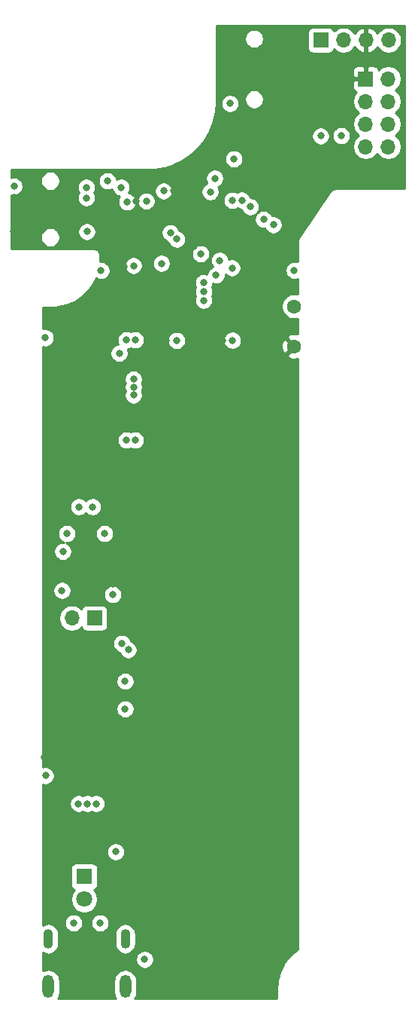
<source format=gbr>
%TF.GenerationSoftware,KiCad,Pcbnew,(5.1.7)-1*%
%TF.CreationDate,2020-11-25T00:45:14-08:00*%
%TF.ProjectId,eskate_remote,65736b61-7465-45f7-9265-6d6f74652e6b,rev?*%
%TF.SameCoordinates,Original*%
%TF.FileFunction,Copper,L3,Inr*%
%TF.FilePolarity,Positive*%
%FSLAX46Y46*%
G04 Gerber Fmt 4.6, Leading zero omitted, Abs format (unit mm)*
G04 Created by KiCad (PCBNEW (5.1.7)-1) date 2020-11-25 00:45:14*
%MOMM*%
%LPD*%
G01*
G04 APERTURE LIST*
%TA.AperFunction,ComponentPad*%
%ADD10O,1.300000X2.600000*%
%TD*%
%TA.AperFunction,ComponentPad*%
%ADD11O,1.100000X2.200000*%
%TD*%
%TA.AperFunction,ComponentPad*%
%ADD12C,1.600000*%
%TD*%
%TA.AperFunction,ComponentPad*%
%ADD13O,1.700000X1.700000*%
%TD*%
%TA.AperFunction,ComponentPad*%
%ADD14R,1.700000X1.700000*%
%TD*%
%TA.AperFunction,ComponentPad*%
%ADD15C,1.800000*%
%TD*%
%TA.AperFunction,ComponentPad*%
%ADD16R,1.800000X1.800000*%
%TD*%
%TA.AperFunction,ViaPad*%
%ADD17C,0.800000*%
%TD*%
%TA.AperFunction,Conductor*%
%ADD18C,0.254000*%
%TD*%
%TA.AperFunction,Conductor*%
%ADD19C,0.100000*%
%TD*%
G04 APERTURE END LIST*
D10*
%TO.N,N/C*%
%TO.C,J1*%
X109920000Y-148000000D03*
X101280000Y-148000000D03*
D11*
X109920000Y-142640000D03*
%TO.N,Net-(J1-PadS1)*%
X101280000Y-142640000D03*
%TD*%
D12*
%TO.N,BTN_POWER_SELECT*%
%TO.C,SW2*%
X128950000Y-71564000D03*
%TO.N,GND*%
X128950000Y-76064000D03*
%TD*%
D13*
%TO.N,Motor+*%
%TO.C,J5*%
X103910000Y-106600000D03*
D14*
%TO.N,Motor-*%
X106450000Y-106600000D03*
%TD*%
D13*
%TO.N,+3V3*%
%TO.C,J4*%
X139570000Y-41650000D03*
%TO.N,GND*%
X137030000Y-41650000D03*
%TO.N,DISPLAY_SCL*%
X134490000Y-41650000D03*
D14*
%TO.N,DISPLAY_SDA*%
X131950000Y-41650000D03*
%TD*%
D13*
%TO.N,Net-(J3-Pad8)*%
%TO.C,J3*%
X139540000Y-53620000D03*
%TO.N,NRF_MISO*%
X137000000Y-53620000D03*
%TO.N,NRF_MOSI*%
X139540000Y-51080000D03*
%TO.N,NRF_SCK*%
X137000000Y-51080000D03*
%TO.N,NRF_CSN*%
X139540000Y-48540000D03*
%TO.N,NRF_CE*%
X137000000Y-48540000D03*
%TO.N,+3V3*%
X139540000Y-46000000D03*
D14*
%TO.N,GND*%
X137000000Y-46000000D03*
%TD*%
D15*
%TO.N,+5V*%
%TO.C,D2*%
X105300000Y-138190000D03*
D16*
%TO.N,Net-(D2-Pad1)*%
X105300000Y-135650000D03*
%TD*%
D17*
%TO.N,GND*%
X110500000Y-64050000D03*
%TO.N,-BATT*%
X109900000Y-113700000D03*
%TO.N,+3V3*%
X126600000Y-62400000D03*
X125500000Y-61800000D03*
%TO.N,GND*%
X105600000Y-133200000D03*
%TO.N,+5V*%
X105650000Y-127450000D03*
X104100000Y-140850000D03*
X107100000Y-140850000D03*
%TO.N,+3V3*%
X107200000Y-67550000D03*
%TO.N,GND*%
X109800000Y-67100000D03*
X102600000Y-140650000D03*
X108600000Y-140650000D03*
X105250000Y-101950000D03*
X105800000Y-74900000D03*
X106650000Y-74900000D03*
%TO.N,+3V3*%
X110850000Y-81550000D03*
X110850000Y-80650000D03*
X110850000Y-79750000D03*
X102800000Y-103500000D03*
X100900000Y-75100000D03*
X109250000Y-76850000D03*
X104700000Y-94100000D03*
X106250000Y-94100000D03*
X102900000Y-99100000D03*
X108500000Y-103950000D03*
X112300000Y-59750000D03*
X114250000Y-58600000D03*
X128950000Y-67520000D03*
X115700000Y-75410000D03*
X121990000Y-75390000D03*
X97400000Y-58070000D03*
X121710000Y-48770000D03*
%TO.N,GND*%
X110900000Y-82950000D03*
X110900000Y-83850000D03*
X110900000Y-84750000D03*
X101050000Y-76850000D03*
X108500000Y-99850000D03*
X108500000Y-102800000D03*
X103150000Y-110350000D03*
X104300000Y-113650000D03*
X101350000Y-128300000D03*
X110750000Y-124750000D03*
X100800000Y-122200000D03*
X108450000Y-60250000D03*
X111150000Y-59750000D03*
X115400000Y-58600000D03*
X127150000Y-65750000D03*
X121500000Y-52100000D03*
X114540000Y-75400000D03*
X120840000Y-75410000D03*
X97370000Y-63170000D03*
X97400000Y-60650000D03*
X97400000Y-59360000D03*
X121740000Y-40940000D03*
X117660000Y-64840000D03*
%TO.N,BTN_POWER_SELECT*%
X114000000Y-66750000D03*
X120550000Y-66400000D03*
%TO.N,-BATT*%
X109900000Y-116800000D03*
X112100000Y-144950000D03*
%TO.N,+5V*%
X100950000Y-124300000D03*
%TO.N,NRST*%
X110860000Y-67000000D03*
X105610000Y-63180000D03*
%TO.N,Net-(D2-Pad1)*%
X108850000Y-132850000D03*
%TO.N,SWDIO*%
X118413329Y-65673325D03*
X110130000Y-59840000D03*
X109470000Y-58200000D03*
X105550000Y-58190000D03*
%TO.N,SWCLK*%
X121960000Y-59660000D03*
X105540000Y-59380000D03*
%TO.N,SWO*%
X119497653Y-58707653D03*
X107920000Y-57470000D03*
%TO.N,NRF_CE*%
X115732795Y-64025000D03*
X134250000Y-52390000D03*
%TO.N,NRF_CSN*%
X115000000Y-63300000D03*
%TO.N,NRF_SCK*%
X118750000Y-68899994D03*
%TO.N,NRF_MOSI*%
X118750000Y-70900000D03*
%TO.N,NRF_MISO*%
X118750000Y-69899997D03*
%TO.N,DISPLAY_SDA*%
X124000000Y-60370000D03*
X131940000Y-52420000D03*
%TO.N,DISPLAY_SCL*%
X123050000Y-59630000D03*
%TO.N,Net-(R1-Pad1)*%
X120010000Y-57170000D03*
X122170000Y-55000000D03*
%TO.N,USB_D+*%
X104650000Y-127450000D03*
X109545315Y-109445315D03*
X110048400Y-86600000D03*
X110048400Y-75350000D03*
%TO.N,HAPTIC_SDA*%
X103350000Y-97100000D03*
X121950000Y-67250000D03*
%TO.N,HAPTIC_SCL*%
X107600000Y-97100000D03*
X120150000Y-68050000D03*
%TO.N,USB_D-*%
X106650000Y-127450000D03*
X111051600Y-86600000D03*
X111051600Y-75350000D03*
X110254685Y-110154685D03*
%TD*%
D18*
%TO.N,GND*%
X141340000Y-58340000D02*
X133616802Y-58340000D01*
X133585779Y-58336813D01*
X133551970Y-58340000D01*
X133550581Y-58340000D01*
X133519614Y-58343050D01*
X133456344Y-58349014D01*
X133455009Y-58349413D01*
X133453617Y-58349550D01*
X133392688Y-58368033D01*
X133331776Y-58386232D01*
X133330542Y-58386885D01*
X133329207Y-58387290D01*
X133273065Y-58417298D01*
X133216863Y-58447037D01*
X133215782Y-58447916D01*
X133214550Y-58448575D01*
X133165358Y-58488946D01*
X133116021Y-58529091D01*
X133115130Y-58530167D01*
X133114052Y-58531052D01*
X133073704Y-58580216D01*
X133053895Y-58604148D01*
X133053120Y-58605298D01*
X133031575Y-58631550D01*
X133016873Y-58659057D01*
X129470121Y-63919298D01*
X129448576Y-63945550D01*
X129418598Y-64001635D01*
X129388359Y-64057643D01*
X129387948Y-64058978D01*
X129387291Y-64060207D01*
X129368819Y-64121100D01*
X129350099Y-64181894D01*
X129349957Y-64183280D01*
X129349551Y-64184617D01*
X129343322Y-64247861D01*
X129336813Y-64311221D01*
X129340001Y-64345038D01*
X129340001Y-66561268D01*
X129251898Y-66524774D01*
X129051939Y-66485000D01*
X128848061Y-66485000D01*
X128648102Y-66524774D01*
X128459744Y-66602795D01*
X128290226Y-66716063D01*
X128146063Y-66860226D01*
X128032795Y-67029744D01*
X127954774Y-67218102D01*
X127915000Y-67418061D01*
X127915000Y-67621939D01*
X127954774Y-67821898D01*
X128032795Y-68010256D01*
X128146063Y-68179774D01*
X128290226Y-68323937D01*
X128459744Y-68437205D01*
X128648102Y-68515226D01*
X128848061Y-68555000D01*
X129051939Y-68555000D01*
X129251898Y-68515226D01*
X129340001Y-68478732D01*
X129340001Y-70178463D01*
X129091335Y-70129000D01*
X128808665Y-70129000D01*
X128531426Y-70184147D01*
X128270273Y-70292320D01*
X128035241Y-70449363D01*
X127835363Y-70649241D01*
X127678320Y-70884273D01*
X127570147Y-71145426D01*
X127515000Y-71422665D01*
X127515000Y-71705335D01*
X127570147Y-71982574D01*
X127678320Y-72243727D01*
X127835363Y-72478759D01*
X128035241Y-72678637D01*
X128270273Y-72835680D01*
X128531426Y-72943853D01*
X128808665Y-72999000D01*
X129091335Y-72999000D01*
X129340001Y-72949537D01*
X129340001Y-74682364D01*
X129161816Y-74637700D01*
X128879488Y-74623783D01*
X128599870Y-74665213D01*
X128333708Y-74760397D01*
X128208486Y-74827329D01*
X128136903Y-75071298D01*
X128950000Y-75884395D01*
X128964143Y-75870253D01*
X129143748Y-76049858D01*
X129129605Y-76064000D01*
X129143748Y-76078143D01*
X128964143Y-76257748D01*
X128950000Y-76243605D01*
X128136903Y-77056702D01*
X128208486Y-77300671D01*
X128463996Y-77421571D01*
X128738184Y-77490300D01*
X129020512Y-77504217D01*
X129300130Y-77462787D01*
X129340001Y-77448529D01*
X129340000Y-143845619D01*
X129075401Y-144020081D01*
X129040104Y-144048308D01*
X129003538Y-144074874D01*
X128990698Y-144086436D01*
X128359070Y-144670306D01*
X128324423Y-144708785D01*
X128288769Y-144746356D01*
X128278251Y-144760064D01*
X127763602Y-145449263D01*
X127736558Y-145493395D01*
X127708337Y-145536851D01*
X127700493Y-145552247D01*
X127320059Y-146323693D01*
X127301503Y-146372034D01*
X127281682Y-146419885D01*
X127276775Y-146436452D01*
X127043295Y-147264307D01*
X127033857Y-147315229D01*
X127023090Y-147365884D01*
X127021284Y-147383067D01*
X126942579Y-148239609D01*
X126942579Y-148241406D01*
X126940001Y-148267581D01*
X126940000Y-149340000D01*
X111008233Y-149340000D01*
X111112929Y-149144127D01*
X111186407Y-148901904D01*
X111205000Y-148713123D01*
X111205000Y-147286877D01*
X111186407Y-147098096D01*
X111112929Y-146855873D01*
X110993608Y-146632638D01*
X110833028Y-146436972D01*
X110637361Y-146276392D01*
X110414126Y-146157071D01*
X110171903Y-146083593D01*
X109920000Y-146058783D01*
X109668096Y-146083593D01*
X109425873Y-146157071D01*
X109202638Y-146276392D01*
X109006972Y-146436972D01*
X108846392Y-146632639D01*
X108727071Y-146855874D01*
X108653593Y-147098097D01*
X108635000Y-147286878D01*
X108635000Y-148713123D01*
X108653593Y-148901904D01*
X108727071Y-149144127D01*
X108831768Y-149340000D01*
X102368233Y-149340000D01*
X102472929Y-149144127D01*
X102546407Y-148901904D01*
X102565000Y-148713123D01*
X102565000Y-147286877D01*
X102546407Y-147098096D01*
X102472929Y-146855873D01*
X102353608Y-146632638D01*
X102193028Y-146436972D01*
X101997361Y-146276392D01*
X101774126Y-146157071D01*
X101531903Y-146083593D01*
X101280000Y-146058783D01*
X101028096Y-146083593D01*
X100785873Y-146157071D01*
X100660000Y-146224351D01*
X100660000Y-144848061D01*
X111065000Y-144848061D01*
X111065000Y-145051939D01*
X111104774Y-145251898D01*
X111182795Y-145440256D01*
X111296063Y-145609774D01*
X111440226Y-145753937D01*
X111609744Y-145867205D01*
X111798102Y-145945226D01*
X111998061Y-145985000D01*
X112201939Y-145985000D01*
X112401898Y-145945226D01*
X112590256Y-145867205D01*
X112759774Y-145753937D01*
X112903937Y-145609774D01*
X113017205Y-145440256D01*
X113095226Y-145251898D01*
X113135000Y-145051939D01*
X113135000Y-144848061D01*
X113095226Y-144648102D01*
X113017205Y-144459744D01*
X112903937Y-144290226D01*
X112759774Y-144146063D01*
X112590256Y-144032795D01*
X112401898Y-143954774D01*
X112201939Y-143915000D01*
X111998061Y-143915000D01*
X111798102Y-143954774D01*
X111609744Y-144032795D01*
X111440226Y-144146063D01*
X111296063Y-144290226D01*
X111182795Y-144459744D01*
X111104774Y-144648102D01*
X111065000Y-144848061D01*
X100660000Y-144848061D01*
X100660000Y-144202259D01*
X100824327Y-144290094D01*
X101047701Y-144357853D01*
X101280000Y-144380733D01*
X101512300Y-144357853D01*
X101735674Y-144290094D01*
X101941536Y-144180058D01*
X102121975Y-144031975D01*
X102270058Y-143851536D01*
X102380094Y-143645674D01*
X102447853Y-143422300D01*
X102465000Y-143248207D01*
X102465000Y-142031794D01*
X108735000Y-142031794D01*
X108735000Y-143248207D01*
X108752147Y-143422300D01*
X108819906Y-143645674D01*
X108929943Y-143851536D01*
X109078026Y-144031975D01*
X109258465Y-144180058D01*
X109464327Y-144290094D01*
X109687701Y-144357853D01*
X109920000Y-144380733D01*
X110152300Y-144357853D01*
X110375674Y-144290094D01*
X110581536Y-144180058D01*
X110761975Y-144031975D01*
X110910058Y-143851536D01*
X111020094Y-143645674D01*
X111087853Y-143422300D01*
X111105000Y-143248207D01*
X111105000Y-142031793D01*
X111087853Y-141857700D01*
X111020094Y-141634326D01*
X110910058Y-141428464D01*
X110761975Y-141248025D01*
X110581535Y-141099942D01*
X110375673Y-140989906D01*
X110152299Y-140922147D01*
X109920000Y-140899267D01*
X109687700Y-140922147D01*
X109464326Y-140989906D01*
X109258464Y-141099942D01*
X109078025Y-141248025D01*
X108929942Y-141428465D01*
X108819906Y-141634327D01*
X108752147Y-141857701D01*
X108735000Y-142031794D01*
X102465000Y-142031794D01*
X102465000Y-142031793D01*
X102447853Y-141857700D01*
X102380094Y-141634326D01*
X102270058Y-141428464D01*
X102121975Y-141248025D01*
X101941535Y-141099942D01*
X101735673Y-140989906D01*
X101512299Y-140922147D01*
X101280000Y-140899267D01*
X101047700Y-140922147D01*
X100824326Y-140989906D01*
X100660000Y-141077740D01*
X100660000Y-140748061D01*
X103065000Y-140748061D01*
X103065000Y-140951939D01*
X103104774Y-141151898D01*
X103182795Y-141340256D01*
X103296063Y-141509774D01*
X103440226Y-141653937D01*
X103609744Y-141767205D01*
X103798102Y-141845226D01*
X103998061Y-141885000D01*
X104201939Y-141885000D01*
X104401898Y-141845226D01*
X104590256Y-141767205D01*
X104759774Y-141653937D01*
X104903937Y-141509774D01*
X105017205Y-141340256D01*
X105095226Y-141151898D01*
X105135000Y-140951939D01*
X105135000Y-140748061D01*
X106065000Y-140748061D01*
X106065000Y-140951939D01*
X106104774Y-141151898D01*
X106182795Y-141340256D01*
X106296063Y-141509774D01*
X106440226Y-141653937D01*
X106609744Y-141767205D01*
X106798102Y-141845226D01*
X106998061Y-141885000D01*
X107201939Y-141885000D01*
X107401898Y-141845226D01*
X107590256Y-141767205D01*
X107759774Y-141653937D01*
X107903937Y-141509774D01*
X108017205Y-141340256D01*
X108095226Y-141151898D01*
X108135000Y-140951939D01*
X108135000Y-140748061D01*
X108095226Y-140548102D01*
X108017205Y-140359744D01*
X107903937Y-140190226D01*
X107759774Y-140046063D01*
X107590256Y-139932795D01*
X107401898Y-139854774D01*
X107201939Y-139815000D01*
X106998061Y-139815000D01*
X106798102Y-139854774D01*
X106609744Y-139932795D01*
X106440226Y-140046063D01*
X106296063Y-140190226D01*
X106182795Y-140359744D01*
X106104774Y-140548102D01*
X106065000Y-140748061D01*
X105135000Y-140748061D01*
X105095226Y-140548102D01*
X105017205Y-140359744D01*
X104903937Y-140190226D01*
X104759774Y-140046063D01*
X104590256Y-139932795D01*
X104401898Y-139854774D01*
X104201939Y-139815000D01*
X103998061Y-139815000D01*
X103798102Y-139854774D01*
X103609744Y-139932795D01*
X103440226Y-140046063D01*
X103296063Y-140190226D01*
X103182795Y-140359744D01*
X103104774Y-140548102D01*
X103065000Y-140748061D01*
X100660000Y-140748061D01*
X100660000Y-134750000D01*
X103761928Y-134750000D01*
X103761928Y-136550000D01*
X103774188Y-136674482D01*
X103810498Y-136794180D01*
X103869463Y-136904494D01*
X103948815Y-137001185D01*
X104045506Y-137080537D01*
X104155820Y-137139502D01*
X104174127Y-137145056D01*
X104107688Y-137211495D01*
X103939701Y-137462905D01*
X103823989Y-137742257D01*
X103765000Y-138038816D01*
X103765000Y-138341184D01*
X103823989Y-138637743D01*
X103939701Y-138917095D01*
X104107688Y-139168505D01*
X104321495Y-139382312D01*
X104572905Y-139550299D01*
X104852257Y-139666011D01*
X105148816Y-139725000D01*
X105451184Y-139725000D01*
X105747743Y-139666011D01*
X106027095Y-139550299D01*
X106278505Y-139382312D01*
X106492312Y-139168505D01*
X106660299Y-138917095D01*
X106776011Y-138637743D01*
X106835000Y-138341184D01*
X106835000Y-138038816D01*
X106776011Y-137742257D01*
X106660299Y-137462905D01*
X106492312Y-137211495D01*
X106425873Y-137145056D01*
X106444180Y-137139502D01*
X106554494Y-137080537D01*
X106651185Y-137001185D01*
X106730537Y-136904494D01*
X106789502Y-136794180D01*
X106825812Y-136674482D01*
X106838072Y-136550000D01*
X106838072Y-134750000D01*
X106825812Y-134625518D01*
X106789502Y-134505820D01*
X106730537Y-134395506D01*
X106651185Y-134298815D01*
X106554494Y-134219463D01*
X106444180Y-134160498D01*
X106324482Y-134124188D01*
X106200000Y-134111928D01*
X104400000Y-134111928D01*
X104275518Y-134124188D01*
X104155820Y-134160498D01*
X104045506Y-134219463D01*
X103948815Y-134298815D01*
X103869463Y-134395506D01*
X103810498Y-134505820D01*
X103774188Y-134625518D01*
X103761928Y-134750000D01*
X100660000Y-134750000D01*
X100660000Y-132748061D01*
X107815000Y-132748061D01*
X107815000Y-132951939D01*
X107854774Y-133151898D01*
X107932795Y-133340256D01*
X108046063Y-133509774D01*
X108190226Y-133653937D01*
X108359744Y-133767205D01*
X108548102Y-133845226D01*
X108748061Y-133885000D01*
X108951939Y-133885000D01*
X109151898Y-133845226D01*
X109340256Y-133767205D01*
X109509774Y-133653937D01*
X109653937Y-133509774D01*
X109767205Y-133340256D01*
X109845226Y-133151898D01*
X109885000Y-132951939D01*
X109885000Y-132748061D01*
X109845226Y-132548102D01*
X109767205Y-132359744D01*
X109653937Y-132190226D01*
X109509774Y-132046063D01*
X109340256Y-131932795D01*
X109151898Y-131854774D01*
X108951939Y-131815000D01*
X108748061Y-131815000D01*
X108548102Y-131854774D01*
X108359744Y-131932795D01*
X108190226Y-132046063D01*
X108046063Y-132190226D01*
X107932795Y-132359744D01*
X107854774Y-132548102D01*
X107815000Y-132748061D01*
X100660000Y-132748061D01*
X100660000Y-127348061D01*
X103615000Y-127348061D01*
X103615000Y-127551939D01*
X103654774Y-127751898D01*
X103732795Y-127940256D01*
X103846063Y-128109774D01*
X103990226Y-128253937D01*
X104159744Y-128367205D01*
X104348102Y-128445226D01*
X104548061Y-128485000D01*
X104751939Y-128485000D01*
X104951898Y-128445226D01*
X105140256Y-128367205D01*
X105150000Y-128360694D01*
X105159744Y-128367205D01*
X105348102Y-128445226D01*
X105548061Y-128485000D01*
X105751939Y-128485000D01*
X105951898Y-128445226D01*
X106140256Y-128367205D01*
X106150000Y-128360694D01*
X106159744Y-128367205D01*
X106348102Y-128445226D01*
X106548061Y-128485000D01*
X106751939Y-128485000D01*
X106951898Y-128445226D01*
X107140256Y-128367205D01*
X107309774Y-128253937D01*
X107453937Y-128109774D01*
X107567205Y-127940256D01*
X107645226Y-127751898D01*
X107685000Y-127551939D01*
X107685000Y-127348061D01*
X107645226Y-127148102D01*
X107567205Y-126959744D01*
X107453937Y-126790226D01*
X107309774Y-126646063D01*
X107140256Y-126532795D01*
X106951898Y-126454774D01*
X106751939Y-126415000D01*
X106548061Y-126415000D01*
X106348102Y-126454774D01*
X106159744Y-126532795D01*
X106150000Y-126539306D01*
X106140256Y-126532795D01*
X105951898Y-126454774D01*
X105751939Y-126415000D01*
X105548061Y-126415000D01*
X105348102Y-126454774D01*
X105159744Y-126532795D01*
X105150000Y-126539306D01*
X105140256Y-126532795D01*
X104951898Y-126454774D01*
X104751939Y-126415000D01*
X104548061Y-126415000D01*
X104348102Y-126454774D01*
X104159744Y-126532795D01*
X103990226Y-126646063D01*
X103846063Y-126790226D01*
X103732795Y-126959744D01*
X103654774Y-127148102D01*
X103615000Y-127348061D01*
X100660000Y-127348061D01*
X100660000Y-125297593D01*
X100848061Y-125335000D01*
X101051939Y-125335000D01*
X101251898Y-125295226D01*
X101440256Y-125217205D01*
X101609774Y-125103937D01*
X101753937Y-124959774D01*
X101867205Y-124790256D01*
X101945226Y-124601898D01*
X101985000Y-124401939D01*
X101985000Y-124198061D01*
X101945226Y-123998102D01*
X101867205Y-123809744D01*
X101753937Y-123640226D01*
X101609774Y-123496063D01*
X101440256Y-123382795D01*
X101251898Y-123304774D01*
X101051939Y-123265000D01*
X100848061Y-123265000D01*
X100660000Y-123302407D01*
X100660000Y-116698061D01*
X108865000Y-116698061D01*
X108865000Y-116901939D01*
X108904774Y-117101898D01*
X108982795Y-117290256D01*
X109096063Y-117459774D01*
X109240226Y-117603937D01*
X109409744Y-117717205D01*
X109598102Y-117795226D01*
X109798061Y-117835000D01*
X110001939Y-117835000D01*
X110201898Y-117795226D01*
X110390256Y-117717205D01*
X110559774Y-117603937D01*
X110703937Y-117459774D01*
X110817205Y-117290256D01*
X110895226Y-117101898D01*
X110935000Y-116901939D01*
X110935000Y-116698061D01*
X110895226Y-116498102D01*
X110817205Y-116309744D01*
X110703937Y-116140226D01*
X110559774Y-115996063D01*
X110390256Y-115882795D01*
X110201898Y-115804774D01*
X110001939Y-115765000D01*
X109798061Y-115765000D01*
X109598102Y-115804774D01*
X109409744Y-115882795D01*
X109240226Y-115996063D01*
X109096063Y-116140226D01*
X108982795Y-116309744D01*
X108904774Y-116498102D01*
X108865000Y-116698061D01*
X100660000Y-116698061D01*
X100660000Y-113598061D01*
X108865000Y-113598061D01*
X108865000Y-113801939D01*
X108904774Y-114001898D01*
X108982795Y-114190256D01*
X109096063Y-114359774D01*
X109240226Y-114503937D01*
X109409744Y-114617205D01*
X109598102Y-114695226D01*
X109798061Y-114735000D01*
X110001939Y-114735000D01*
X110201898Y-114695226D01*
X110390256Y-114617205D01*
X110559774Y-114503937D01*
X110703937Y-114359774D01*
X110817205Y-114190256D01*
X110895226Y-114001898D01*
X110935000Y-113801939D01*
X110935000Y-113598061D01*
X110895226Y-113398102D01*
X110817205Y-113209744D01*
X110703937Y-113040226D01*
X110559774Y-112896063D01*
X110390256Y-112782795D01*
X110201898Y-112704774D01*
X110001939Y-112665000D01*
X109798061Y-112665000D01*
X109598102Y-112704774D01*
X109409744Y-112782795D01*
X109240226Y-112896063D01*
X109096063Y-113040226D01*
X108982795Y-113209744D01*
X108904774Y-113398102D01*
X108865000Y-113598061D01*
X100660000Y-113598061D01*
X100660000Y-109343376D01*
X108510315Y-109343376D01*
X108510315Y-109547254D01*
X108550089Y-109747213D01*
X108628110Y-109935571D01*
X108741378Y-110105089D01*
X108885541Y-110249252D01*
X109055059Y-110362520D01*
X109243417Y-110440541D01*
X109256797Y-110443203D01*
X109259459Y-110456583D01*
X109337480Y-110644941D01*
X109450748Y-110814459D01*
X109594911Y-110958622D01*
X109764429Y-111071890D01*
X109952787Y-111149911D01*
X110152746Y-111189685D01*
X110356624Y-111189685D01*
X110556583Y-111149911D01*
X110744941Y-111071890D01*
X110914459Y-110958622D01*
X111058622Y-110814459D01*
X111171890Y-110644941D01*
X111249911Y-110456583D01*
X111289685Y-110256624D01*
X111289685Y-110052746D01*
X111249911Y-109852787D01*
X111171890Y-109664429D01*
X111058622Y-109494911D01*
X110914459Y-109350748D01*
X110744941Y-109237480D01*
X110556583Y-109159459D01*
X110543203Y-109156797D01*
X110540541Y-109143417D01*
X110462520Y-108955059D01*
X110349252Y-108785541D01*
X110205089Y-108641378D01*
X110035571Y-108528110D01*
X109847213Y-108450089D01*
X109647254Y-108410315D01*
X109443376Y-108410315D01*
X109243417Y-108450089D01*
X109055059Y-108528110D01*
X108885541Y-108641378D01*
X108741378Y-108785541D01*
X108628110Y-108955059D01*
X108550089Y-109143417D01*
X108510315Y-109343376D01*
X100660000Y-109343376D01*
X100660000Y-106453740D01*
X102425000Y-106453740D01*
X102425000Y-106746260D01*
X102482068Y-107033158D01*
X102594010Y-107303411D01*
X102756525Y-107546632D01*
X102963368Y-107753475D01*
X103206589Y-107915990D01*
X103476842Y-108027932D01*
X103763740Y-108085000D01*
X104056260Y-108085000D01*
X104343158Y-108027932D01*
X104613411Y-107915990D01*
X104856632Y-107753475D01*
X104988487Y-107621620D01*
X105010498Y-107694180D01*
X105069463Y-107804494D01*
X105148815Y-107901185D01*
X105245506Y-107980537D01*
X105355820Y-108039502D01*
X105475518Y-108075812D01*
X105600000Y-108088072D01*
X107300000Y-108088072D01*
X107424482Y-108075812D01*
X107544180Y-108039502D01*
X107654494Y-107980537D01*
X107751185Y-107901185D01*
X107830537Y-107804494D01*
X107889502Y-107694180D01*
X107925812Y-107574482D01*
X107938072Y-107450000D01*
X107938072Y-105750000D01*
X107925812Y-105625518D01*
X107889502Y-105505820D01*
X107830537Y-105395506D01*
X107751185Y-105298815D01*
X107654494Y-105219463D01*
X107544180Y-105160498D01*
X107424482Y-105124188D01*
X107300000Y-105111928D01*
X105600000Y-105111928D01*
X105475518Y-105124188D01*
X105355820Y-105160498D01*
X105245506Y-105219463D01*
X105148815Y-105298815D01*
X105069463Y-105395506D01*
X105010498Y-105505820D01*
X104988487Y-105578380D01*
X104856632Y-105446525D01*
X104613411Y-105284010D01*
X104343158Y-105172068D01*
X104056260Y-105115000D01*
X103763740Y-105115000D01*
X103476842Y-105172068D01*
X103206589Y-105284010D01*
X102963368Y-105446525D01*
X102756525Y-105653368D01*
X102594010Y-105896589D01*
X102482068Y-106166842D01*
X102425000Y-106453740D01*
X100660000Y-106453740D01*
X100660000Y-103398061D01*
X101765000Y-103398061D01*
X101765000Y-103601939D01*
X101804774Y-103801898D01*
X101882795Y-103990256D01*
X101996063Y-104159774D01*
X102140226Y-104303937D01*
X102309744Y-104417205D01*
X102498102Y-104495226D01*
X102698061Y-104535000D01*
X102901939Y-104535000D01*
X103101898Y-104495226D01*
X103290256Y-104417205D01*
X103459774Y-104303937D01*
X103603937Y-104159774D01*
X103717205Y-103990256D01*
X103776104Y-103848061D01*
X107465000Y-103848061D01*
X107465000Y-104051939D01*
X107504774Y-104251898D01*
X107582795Y-104440256D01*
X107696063Y-104609774D01*
X107840226Y-104753937D01*
X108009744Y-104867205D01*
X108198102Y-104945226D01*
X108398061Y-104985000D01*
X108601939Y-104985000D01*
X108801898Y-104945226D01*
X108990256Y-104867205D01*
X109159774Y-104753937D01*
X109303937Y-104609774D01*
X109417205Y-104440256D01*
X109495226Y-104251898D01*
X109535000Y-104051939D01*
X109535000Y-103848061D01*
X109495226Y-103648102D01*
X109417205Y-103459744D01*
X109303937Y-103290226D01*
X109159774Y-103146063D01*
X108990256Y-103032795D01*
X108801898Y-102954774D01*
X108601939Y-102915000D01*
X108398061Y-102915000D01*
X108198102Y-102954774D01*
X108009744Y-103032795D01*
X107840226Y-103146063D01*
X107696063Y-103290226D01*
X107582795Y-103459744D01*
X107504774Y-103648102D01*
X107465000Y-103848061D01*
X103776104Y-103848061D01*
X103795226Y-103801898D01*
X103835000Y-103601939D01*
X103835000Y-103398061D01*
X103795226Y-103198102D01*
X103717205Y-103009744D01*
X103603937Y-102840226D01*
X103459774Y-102696063D01*
X103290256Y-102582795D01*
X103101898Y-102504774D01*
X102901939Y-102465000D01*
X102698061Y-102465000D01*
X102498102Y-102504774D01*
X102309744Y-102582795D01*
X102140226Y-102696063D01*
X101996063Y-102840226D01*
X101882795Y-103009744D01*
X101804774Y-103198102D01*
X101765000Y-103398061D01*
X100660000Y-103398061D01*
X100660000Y-98998061D01*
X101865000Y-98998061D01*
X101865000Y-99201939D01*
X101904774Y-99401898D01*
X101982795Y-99590256D01*
X102096063Y-99759774D01*
X102240226Y-99903937D01*
X102409744Y-100017205D01*
X102598102Y-100095226D01*
X102798061Y-100135000D01*
X103001939Y-100135000D01*
X103201898Y-100095226D01*
X103390256Y-100017205D01*
X103559774Y-99903937D01*
X103703937Y-99759774D01*
X103817205Y-99590256D01*
X103895226Y-99401898D01*
X103935000Y-99201939D01*
X103935000Y-98998061D01*
X103895226Y-98798102D01*
X103817205Y-98609744D01*
X103703937Y-98440226D01*
X103559774Y-98296063D01*
X103390256Y-98182795D01*
X103274869Y-98135000D01*
X103451939Y-98135000D01*
X103651898Y-98095226D01*
X103840256Y-98017205D01*
X104009774Y-97903937D01*
X104153937Y-97759774D01*
X104267205Y-97590256D01*
X104345226Y-97401898D01*
X104385000Y-97201939D01*
X104385000Y-96998061D01*
X106565000Y-96998061D01*
X106565000Y-97201939D01*
X106604774Y-97401898D01*
X106682795Y-97590256D01*
X106796063Y-97759774D01*
X106940226Y-97903937D01*
X107109744Y-98017205D01*
X107298102Y-98095226D01*
X107498061Y-98135000D01*
X107701939Y-98135000D01*
X107901898Y-98095226D01*
X108090256Y-98017205D01*
X108259774Y-97903937D01*
X108403937Y-97759774D01*
X108517205Y-97590256D01*
X108595226Y-97401898D01*
X108635000Y-97201939D01*
X108635000Y-96998061D01*
X108595226Y-96798102D01*
X108517205Y-96609744D01*
X108403937Y-96440226D01*
X108259774Y-96296063D01*
X108090256Y-96182795D01*
X107901898Y-96104774D01*
X107701939Y-96065000D01*
X107498061Y-96065000D01*
X107298102Y-96104774D01*
X107109744Y-96182795D01*
X106940226Y-96296063D01*
X106796063Y-96440226D01*
X106682795Y-96609744D01*
X106604774Y-96798102D01*
X106565000Y-96998061D01*
X104385000Y-96998061D01*
X104345226Y-96798102D01*
X104267205Y-96609744D01*
X104153937Y-96440226D01*
X104009774Y-96296063D01*
X103840256Y-96182795D01*
X103651898Y-96104774D01*
X103451939Y-96065000D01*
X103248061Y-96065000D01*
X103048102Y-96104774D01*
X102859744Y-96182795D01*
X102690226Y-96296063D01*
X102546063Y-96440226D01*
X102432795Y-96609744D01*
X102354774Y-96798102D01*
X102315000Y-96998061D01*
X102315000Y-97201939D01*
X102354774Y-97401898D01*
X102432795Y-97590256D01*
X102546063Y-97759774D01*
X102690226Y-97903937D01*
X102859744Y-98017205D01*
X102975131Y-98065000D01*
X102798061Y-98065000D01*
X102598102Y-98104774D01*
X102409744Y-98182795D01*
X102240226Y-98296063D01*
X102096063Y-98440226D01*
X101982795Y-98609744D01*
X101904774Y-98798102D01*
X101865000Y-98998061D01*
X100660000Y-98998061D01*
X100660000Y-93998061D01*
X103665000Y-93998061D01*
X103665000Y-94201939D01*
X103704774Y-94401898D01*
X103782795Y-94590256D01*
X103896063Y-94759774D01*
X104040226Y-94903937D01*
X104209744Y-95017205D01*
X104398102Y-95095226D01*
X104598061Y-95135000D01*
X104801939Y-95135000D01*
X105001898Y-95095226D01*
X105190256Y-95017205D01*
X105359774Y-94903937D01*
X105475000Y-94788711D01*
X105590226Y-94903937D01*
X105759744Y-95017205D01*
X105948102Y-95095226D01*
X106148061Y-95135000D01*
X106351939Y-95135000D01*
X106551898Y-95095226D01*
X106740256Y-95017205D01*
X106909774Y-94903937D01*
X107053937Y-94759774D01*
X107167205Y-94590256D01*
X107245226Y-94401898D01*
X107285000Y-94201939D01*
X107285000Y-93998061D01*
X107245226Y-93798102D01*
X107167205Y-93609744D01*
X107053937Y-93440226D01*
X106909774Y-93296063D01*
X106740256Y-93182795D01*
X106551898Y-93104774D01*
X106351939Y-93065000D01*
X106148061Y-93065000D01*
X105948102Y-93104774D01*
X105759744Y-93182795D01*
X105590226Y-93296063D01*
X105475000Y-93411289D01*
X105359774Y-93296063D01*
X105190256Y-93182795D01*
X105001898Y-93104774D01*
X104801939Y-93065000D01*
X104598061Y-93065000D01*
X104398102Y-93104774D01*
X104209744Y-93182795D01*
X104040226Y-93296063D01*
X103896063Y-93440226D01*
X103782795Y-93609744D01*
X103704774Y-93798102D01*
X103665000Y-93998061D01*
X100660000Y-93998061D01*
X100660000Y-86498061D01*
X109013400Y-86498061D01*
X109013400Y-86701939D01*
X109053174Y-86901898D01*
X109131195Y-87090256D01*
X109244463Y-87259774D01*
X109388626Y-87403937D01*
X109558144Y-87517205D01*
X109746502Y-87595226D01*
X109946461Y-87635000D01*
X110150339Y-87635000D01*
X110350298Y-87595226D01*
X110538656Y-87517205D01*
X110550000Y-87509625D01*
X110561344Y-87517205D01*
X110749702Y-87595226D01*
X110949661Y-87635000D01*
X111153539Y-87635000D01*
X111353498Y-87595226D01*
X111541856Y-87517205D01*
X111711374Y-87403937D01*
X111855537Y-87259774D01*
X111968805Y-87090256D01*
X112046826Y-86901898D01*
X112086600Y-86701939D01*
X112086600Y-86498061D01*
X112046826Y-86298102D01*
X111968805Y-86109744D01*
X111855537Y-85940226D01*
X111711374Y-85796063D01*
X111541856Y-85682795D01*
X111353498Y-85604774D01*
X111153539Y-85565000D01*
X110949661Y-85565000D01*
X110749702Y-85604774D01*
X110561344Y-85682795D01*
X110550000Y-85690375D01*
X110538656Y-85682795D01*
X110350298Y-85604774D01*
X110150339Y-85565000D01*
X109946461Y-85565000D01*
X109746502Y-85604774D01*
X109558144Y-85682795D01*
X109388626Y-85796063D01*
X109244463Y-85940226D01*
X109131195Y-86109744D01*
X109053174Y-86298102D01*
X109013400Y-86498061D01*
X100660000Y-86498061D01*
X100660000Y-79648061D01*
X109815000Y-79648061D01*
X109815000Y-79851939D01*
X109854774Y-80051898D01*
X109916120Y-80200000D01*
X109854774Y-80348102D01*
X109815000Y-80548061D01*
X109815000Y-80751939D01*
X109854774Y-80951898D01*
X109916120Y-81100000D01*
X109854774Y-81248102D01*
X109815000Y-81448061D01*
X109815000Y-81651939D01*
X109854774Y-81851898D01*
X109932795Y-82040256D01*
X110046063Y-82209774D01*
X110190226Y-82353937D01*
X110359744Y-82467205D01*
X110548102Y-82545226D01*
X110748061Y-82585000D01*
X110951939Y-82585000D01*
X111151898Y-82545226D01*
X111340256Y-82467205D01*
X111509774Y-82353937D01*
X111653937Y-82209774D01*
X111767205Y-82040256D01*
X111845226Y-81851898D01*
X111885000Y-81651939D01*
X111885000Y-81448061D01*
X111845226Y-81248102D01*
X111783880Y-81100000D01*
X111845226Y-80951898D01*
X111885000Y-80751939D01*
X111885000Y-80548061D01*
X111845226Y-80348102D01*
X111783880Y-80200000D01*
X111845226Y-80051898D01*
X111885000Y-79851939D01*
X111885000Y-79648061D01*
X111845226Y-79448102D01*
X111767205Y-79259744D01*
X111653937Y-79090226D01*
X111509774Y-78946063D01*
X111340256Y-78832795D01*
X111151898Y-78754774D01*
X110951939Y-78715000D01*
X110748061Y-78715000D01*
X110548102Y-78754774D01*
X110359744Y-78832795D01*
X110190226Y-78946063D01*
X110046063Y-79090226D01*
X109932795Y-79259744D01*
X109854774Y-79448102D01*
X109815000Y-79648061D01*
X100660000Y-79648061D01*
X100660000Y-76748061D01*
X108215000Y-76748061D01*
X108215000Y-76951939D01*
X108254774Y-77151898D01*
X108332795Y-77340256D01*
X108446063Y-77509774D01*
X108590226Y-77653937D01*
X108759744Y-77767205D01*
X108948102Y-77845226D01*
X109148061Y-77885000D01*
X109351939Y-77885000D01*
X109551898Y-77845226D01*
X109740256Y-77767205D01*
X109909774Y-77653937D01*
X110053937Y-77509774D01*
X110167205Y-77340256D01*
X110245226Y-77151898D01*
X110285000Y-76951939D01*
X110285000Y-76748061D01*
X110245226Y-76548102D01*
X110175586Y-76379978D01*
X110350298Y-76345226D01*
X110538656Y-76267205D01*
X110550000Y-76259625D01*
X110561344Y-76267205D01*
X110749702Y-76345226D01*
X110949661Y-76385000D01*
X111153539Y-76385000D01*
X111353498Y-76345226D01*
X111541856Y-76267205D01*
X111711374Y-76153937D01*
X111855537Y-76009774D01*
X111968805Y-75840256D01*
X112046826Y-75651898D01*
X112086600Y-75451939D01*
X112086600Y-75308061D01*
X114665000Y-75308061D01*
X114665000Y-75511939D01*
X114704774Y-75711898D01*
X114782795Y-75900256D01*
X114896063Y-76069774D01*
X115040226Y-76213937D01*
X115209744Y-76327205D01*
X115398102Y-76405226D01*
X115598061Y-76445000D01*
X115801939Y-76445000D01*
X116001898Y-76405226D01*
X116190256Y-76327205D01*
X116359774Y-76213937D01*
X116503937Y-76069774D01*
X116617205Y-75900256D01*
X116695226Y-75711898D01*
X116735000Y-75511939D01*
X116735000Y-75308061D01*
X116731022Y-75288061D01*
X120955000Y-75288061D01*
X120955000Y-75491939D01*
X120994774Y-75691898D01*
X121072795Y-75880256D01*
X121186063Y-76049774D01*
X121330226Y-76193937D01*
X121499744Y-76307205D01*
X121688102Y-76385226D01*
X121888061Y-76425000D01*
X122091939Y-76425000D01*
X122291898Y-76385226D01*
X122480256Y-76307205D01*
X122649774Y-76193937D01*
X122709199Y-76134512D01*
X127509783Y-76134512D01*
X127551213Y-76414130D01*
X127646397Y-76680292D01*
X127713329Y-76805514D01*
X127957298Y-76877097D01*
X128770395Y-76064000D01*
X127957298Y-75250903D01*
X127713329Y-75322486D01*
X127592429Y-75577996D01*
X127523700Y-75852184D01*
X127509783Y-76134512D01*
X122709199Y-76134512D01*
X122793937Y-76049774D01*
X122907205Y-75880256D01*
X122985226Y-75691898D01*
X123025000Y-75491939D01*
X123025000Y-75288061D01*
X122985226Y-75088102D01*
X122907205Y-74899744D01*
X122793937Y-74730226D01*
X122649774Y-74586063D01*
X122480256Y-74472795D01*
X122291898Y-74394774D01*
X122091939Y-74355000D01*
X121888061Y-74355000D01*
X121688102Y-74394774D01*
X121499744Y-74472795D01*
X121330226Y-74586063D01*
X121186063Y-74730226D01*
X121072795Y-74899744D01*
X120994774Y-75088102D01*
X120955000Y-75288061D01*
X116731022Y-75288061D01*
X116695226Y-75108102D01*
X116617205Y-74919744D01*
X116503937Y-74750226D01*
X116359774Y-74606063D01*
X116190256Y-74492795D01*
X116001898Y-74414774D01*
X115801939Y-74375000D01*
X115598061Y-74375000D01*
X115398102Y-74414774D01*
X115209744Y-74492795D01*
X115040226Y-74606063D01*
X114896063Y-74750226D01*
X114782795Y-74919744D01*
X114704774Y-75108102D01*
X114665000Y-75308061D01*
X112086600Y-75308061D01*
X112086600Y-75248061D01*
X112046826Y-75048102D01*
X111968805Y-74859744D01*
X111855537Y-74690226D01*
X111711374Y-74546063D01*
X111541856Y-74432795D01*
X111353498Y-74354774D01*
X111153539Y-74315000D01*
X110949661Y-74315000D01*
X110749702Y-74354774D01*
X110561344Y-74432795D01*
X110550000Y-74440375D01*
X110538656Y-74432795D01*
X110350298Y-74354774D01*
X110150339Y-74315000D01*
X109946461Y-74315000D01*
X109746502Y-74354774D01*
X109558144Y-74432795D01*
X109388626Y-74546063D01*
X109244463Y-74690226D01*
X109131195Y-74859744D01*
X109053174Y-75048102D01*
X109013400Y-75248061D01*
X109013400Y-75451939D01*
X109053174Y-75651898D01*
X109122814Y-75820022D01*
X108948102Y-75854774D01*
X108759744Y-75932795D01*
X108590226Y-76046063D01*
X108446063Y-76190226D01*
X108332795Y-76359744D01*
X108254774Y-76548102D01*
X108215000Y-76748061D01*
X100660000Y-76748061D01*
X100660000Y-76107538D01*
X100798061Y-76135000D01*
X101001939Y-76135000D01*
X101201898Y-76095226D01*
X101390256Y-76017205D01*
X101559774Y-75903937D01*
X101703937Y-75759774D01*
X101817205Y-75590256D01*
X101895226Y-75401898D01*
X101935000Y-75201939D01*
X101935000Y-74998061D01*
X101895226Y-74798102D01*
X101817205Y-74609744D01*
X101703937Y-74440226D01*
X101559774Y-74296063D01*
X101390256Y-74182795D01*
X101201898Y-74104774D01*
X101001939Y-74065000D01*
X100798061Y-74065000D01*
X100660000Y-74092462D01*
X100660000Y-71674000D01*
X101732419Y-71674000D01*
X101749622Y-71672306D01*
X102225825Y-71647349D01*
X102264305Y-71641769D01*
X102303054Y-71638720D01*
X102320044Y-71635571D01*
X103163632Y-71467771D01*
X103213268Y-71453068D01*
X103263309Y-71439660D01*
X103279440Y-71433467D01*
X104078323Y-71114745D01*
X104124448Y-71091243D01*
X104171208Y-71068940D01*
X104185940Y-71059911D01*
X104913365Y-70600941D01*
X104954459Y-70569408D01*
X104996347Y-70538975D01*
X105009188Y-70527414D01*
X105640789Y-69943567D01*
X105675445Y-69905078D01*
X105711090Y-69867516D01*
X105721609Y-69853808D01*
X106236236Y-69164637D01*
X106263280Y-69120505D01*
X106291501Y-69077049D01*
X106299345Y-69061653D01*
X106429337Y-68798055D01*
X117715000Y-68798055D01*
X117715000Y-69001933D01*
X117754774Y-69201892D01*
X117832795Y-69390250D01*
X117839307Y-69399996D01*
X117832795Y-69409741D01*
X117754774Y-69598099D01*
X117715000Y-69798058D01*
X117715000Y-70001936D01*
X117754774Y-70201895D01*
X117832795Y-70390253D01*
X117839307Y-70399999D01*
X117832795Y-70409744D01*
X117754774Y-70598102D01*
X117715000Y-70798061D01*
X117715000Y-71001939D01*
X117754774Y-71201898D01*
X117832795Y-71390256D01*
X117946063Y-71559774D01*
X118090226Y-71703937D01*
X118259744Y-71817205D01*
X118448102Y-71895226D01*
X118648061Y-71935000D01*
X118851939Y-71935000D01*
X119051898Y-71895226D01*
X119240256Y-71817205D01*
X119409774Y-71703937D01*
X119553937Y-71559774D01*
X119667205Y-71390256D01*
X119745226Y-71201898D01*
X119785000Y-71001939D01*
X119785000Y-70798061D01*
X119745226Y-70598102D01*
X119667205Y-70409744D01*
X119660693Y-70399999D01*
X119667205Y-70390253D01*
X119745226Y-70201895D01*
X119785000Y-70001936D01*
X119785000Y-69798058D01*
X119745226Y-69598099D01*
X119667205Y-69409741D01*
X119660693Y-69399995D01*
X119667205Y-69390250D01*
X119745226Y-69201892D01*
X119781847Y-69017782D01*
X119848102Y-69045226D01*
X120048061Y-69085000D01*
X120251939Y-69085000D01*
X120451898Y-69045226D01*
X120640256Y-68967205D01*
X120809774Y-68853937D01*
X120953937Y-68709774D01*
X121067205Y-68540256D01*
X121145226Y-68351898D01*
X121185000Y-68151939D01*
X121185000Y-67948711D01*
X121290226Y-68053937D01*
X121459744Y-68167205D01*
X121648102Y-68245226D01*
X121848061Y-68285000D01*
X122051939Y-68285000D01*
X122251898Y-68245226D01*
X122440256Y-68167205D01*
X122609774Y-68053937D01*
X122753937Y-67909774D01*
X122867205Y-67740256D01*
X122945226Y-67551898D01*
X122985000Y-67351939D01*
X122985000Y-67148061D01*
X122945226Y-66948102D01*
X122867205Y-66759744D01*
X122753937Y-66590226D01*
X122609774Y-66446063D01*
X122440256Y-66332795D01*
X122251898Y-66254774D01*
X122051939Y-66215000D01*
X121848061Y-66215000D01*
X121648102Y-66254774D01*
X121581849Y-66282217D01*
X121545226Y-66098102D01*
X121467205Y-65909744D01*
X121353937Y-65740226D01*
X121209774Y-65596063D01*
X121040256Y-65482795D01*
X120851898Y-65404774D01*
X120651939Y-65365000D01*
X120448061Y-65365000D01*
X120248102Y-65404774D01*
X120059744Y-65482795D01*
X119890226Y-65596063D01*
X119746063Y-65740226D01*
X119632795Y-65909744D01*
X119554774Y-66098102D01*
X119515000Y-66298061D01*
X119515000Y-66501939D01*
X119554774Y-66701898D01*
X119632795Y-66890256D01*
X119746063Y-67059774D01*
X119772414Y-67086125D01*
X119659744Y-67132795D01*
X119490226Y-67246063D01*
X119346063Y-67390226D01*
X119232795Y-67559744D01*
X119154774Y-67748102D01*
X119118153Y-67932212D01*
X119051898Y-67904768D01*
X118851939Y-67864994D01*
X118648061Y-67864994D01*
X118448102Y-67904768D01*
X118259744Y-67982789D01*
X118090226Y-68096057D01*
X117946063Y-68240220D01*
X117832795Y-68409738D01*
X117754774Y-68598096D01*
X117715000Y-68798055D01*
X106429337Y-68798055D01*
X106621554Y-68408278D01*
X106709744Y-68467205D01*
X106898102Y-68545226D01*
X107098061Y-68585000D01*
X107301939Y-68585000D01*
X107501898Y-68545226D01*
X107690256Y-68467205D01*
X107859774Y-68353937D01*
X108003937Y-68209774D01*
X108117205Y-68040256D01*
X108195226Y-67851898D01*
X108235000Y-67651939D01*
X108235000Y-67448061D01*
X108195226Y-67248102D01*
X108117205Y-67059744D01*
X108009173Y-66898061D01*
X109825000Y-66898061D01*
X109825000Y-67101939D01*
X109864774Y-67301898D01*
X109942795Y-67490256D01*
X110056063Y-67659774D01*
X110200226Y-67803937D01*
X110369744Y-67917205D01*
X110558102Y-67995226D01*
X110758061Y-68035000D01*
X110961939Y-68035000D01*
X111161898Y-67995226D01*
X111350256Y-67917205D01*
X111519774Y-67803937D01*
X111663937Y-67659774D01*
X111777205Y-67490256D01*
X111855226Y-67301898D01*
X111895000Y-67101939D01*
X111895000Y-66898061D01*
X111855226Y-66698102D01*
X111834499Y-66648061D01*
X112965000Y-66648061D01*
X112965000Y-66851939D01*
X113004774Y-67051898D01*
X113082795Y-67240256D01*
X113196063Y-67409774D01*
X113340226Y-67553937D01*
X113509744Y-67667205D01*
X113698102Y-67745226D01*
X113898061Y-67785000D01*
X114101939Y-67785000D01*
X114301898Y-67745226D01*
X114490256Y-67667205D01*
X114659774Y-67553937D01*
X114803937Y-67409774D01*
X114917205Y-67240256D01*
X114995226Y-67051898D01*
X115035000Y-66851939D01*
X115035000Y-66648061D01*
X114995226Y-66448102D01*
X114917205Y-66259744D01*
X114803937Y-66090226D01*
X114659774Y-65946063D01*
X114490256Y-65832795D01*
X114301898Y-65754774D01*
X114101939Y-65715000D01*
X113898061Y-65715000D01*
X113698102Y-65754774D01*
X113509744Y-65832795D01*
X113340226Y-65946063D01*
X113196063Y-66090226D01*
X113082795Y-66259744D01*
X113004774Y-66448102D01*
X112965000Y-66648061D01*
X111834499Y-66648061D01*
X111777205Y-66509744D01*
X111663937Y-66340226D01*
X111519774Y-66196063D01*
X111350256Y-66082795D01*
X111161898Y-66004774D01*
X110961939Y-65965000D01*
X110758061Y-65965000D01*
X110558102Y-66004774D01*
X110369744Y-66082795D01*
X110200226Y-66196063D01*
X110056063Y-66340226D01*
X109942795Y-66509744D01*
X109864774Y-66698102D01*
X109825000Y-66898061D01*
X108009173Y-66898061D01*
X108003937Y-66890226D01*
X107859774Y-66746063D01*
X107690256Y-66632795D01*
X107501898Y-66554774D01*
X107301939Y-66515000D01*
X107098061Y-66515000D01*
X107043310Y-66525891D01*
X107057036Y-66376516D01*
X107060000Y-66346419D01*
X107060000Y-65782419D01*
X107063193Y-65750000D01*
X107050450Y-65620617D01*
X107035516Y-65571386D01*
X117378329Y-65571386D01*
X117378329Y-65775264D01*
X117418103Y-65975223D01*
X117496124Y-66163581D01*
X117609392Y-66333099D01*
X117753555Y-66477262D01*
X117923073Y-66590530D01*
X118111431Y-66668551D01*
X118311390Y-66708325D01*
X118515268Y-66708325D01*
X118715227Y-66668551D01*
X118903585Y-66590530D01*
X119073103Y-66477262D01*
X119217266Y-66333099D01*
X119330534Y-66163581D01*
X119408555Y-65975223D01*
X119448329Y-65775264D01*
X119448329Y-65571386D01*
X119408555Y-65371427D01*
X119330534Y-65183069D01*
X119217266Y-65013551D01*
X119073103Y-64869388D01*
X118903585Y-64756120D01*
X118715227Y-64678099D01*
X118515268Y-64638325D01*
X118311390Y-64638325D01*
X118111431Y-64678099D01*
X117923073Y-64756120D01*
X117753555Y-64869388D01*
X117609392Y-65013551D01*
X117496124Y-65183069D01*
X117418103Y-65371427D01*
X117378329Y-65571386D01*
X107035516Y-65571386D01*
X107012710Y-65496207D01*
X106951425Y-65381550D01*
X106868948Y-65281052D01*
X106768450Y-65198575D01*
X106653793Y-65137290D01*
X106529383Y-65099550D01*
X106432419Y-65090000D01*
X106400000Y-65086807D01*
X106367581Y-65090000D01*
X97060000Y-65090000D01*
X97060000Y-63705675D01*
X100370000Y-63705675D01*
X100370000Y-63924325D01*
X100412657Y-64138775D01*
X100496331Y-64340782D01*
X100617807Y-64522584D01*
X100772416Y-64677193D01*
X100954218Y-64798669D01*
X101156225Y-64882343D01*
X101370675Y-64925000D01*
X101589325Y-64925000D01*
X101803775Y-64882343D01*
X102005782Y-64798669D01*
X102187584Y-64677193D01*
X102342193Y-64522584D01*
X102463669Y-64340782D01*
X102547343Y-64138775D01*
X102590000Y-63924325D01*
X102590000Y-63705675D01*
X102547343Y-63491225D01*
X102463669Y-63289218D01*
X102342193Y-63107416D01*
X102312838Y-63078061D01*
X104575000Y-63078061D01*
X104575000Y-63281939D01*
X104614774Y-63481898D01*
X104692795Y-63670256D01*
X104806063Y-63839774D01*
X104950226Y-63983937D01*
X105119744Y-64097205D01*
X105308102Y-64175226D01*
X105508061Y-64215000D01*
X105711939Y-64215000D01*
X105911898Y-64175226D01*
X106100256Y-64097205D01*
X106269774Y-63983937D01*
X106413937Y-63839774D01*
X106527205Y-63670256D01*
X106605226Y-63481898D01*
X106645000Y-63281939D01*
X106645000Y-63198061D01*
X113965000Y-63198061D01*
X113965000Y-63401939D01*
X114004774Y-63601898D01*
X114082795Y-63790256D01*
X114196063Y-63959774D01*
X114340226Y-64103937D01*
X114509744Y-64217205D01*
X114698102Y-64295226D01*
X114732635Y-64302095D01*
X114737569Y-64326898D01*
X114815590Y-64515256D01*
X114928858Y-64684774D01*
X115073021Y-64828937D01*
X115242539Y-64942205D01*
X115430897Y-65020226D01*
X115630856Y-65060000D01*
X115834734Y-65060000D01*
X116034693Y-65020226D01*
X116223051Y-64942205D01*
X116392569Y-64828937D01*
X116536732Y-64684774D01*
X116650000Y-64515256D01*
X116728021Y-64326898D01*
X116767795Y-64126939D01*
X116767795Y-63923061D01*
X116728021Y-63723102D01*
X116650000Y-63534744D01*
X116536732Y-63365226D01*
X116392569Y-63221063D01*
X116223051Y-63107795D01*
X116034693Y-63029774D01*
X116000160Y-63022905D01*
X115995226Y-62998102D01*
X115917205Y-62809744D01*
X115803937Y-62640226D01*
X115659774Y-62496063D01*
X115490256Y-62382795D01*
X115301898Y-62304774D01*
X115101939Y-62265000D01*
X114898061Y-62265000D01*
X114698102Y-62304774D01*
X114509744Y-62382795D01*
X114340226Y-62496063D01*
X114196063Y-62640226D01*
X114082795Y-62809744D01*
X114004774Y-62998102D01*
X113965000Y-63198061D01*
X106645000Y-63198061D01*
X106645000Y-63078061D01*
X106605226Y-62878102D01*
X106527205Y-62689744D01*
X106413937Y-62520226D01*
X106269774Y-62376063D01*
X106100256Y-62262795D01*
X105911898Y-62184774D01*
X105711939Y-62145000D01*
X105508061Y-62145000D01*
X105308102Y-62184774D01*
X105119744Y-62262795D01*
X104950226Y-62376063D01*
X104806063Y-62520226D01*
X104692795Y-62689744D01*
X104614774Y-62878102D01*
X104575000Y-63078061D01*
X102312838Y-63078061D01*
X102187584Y-62952807D01*
X102005782Y-62831331D01*
X101803775Y-62747657D01*
X101589325Y-62705000D01*
X101370675Y-62705000D01*
X101156225Y-62747657D01*
X100954218Y-62831331D01*
X100772416Y-62952807D01*
X100617807Y-63107416D01*
X100496331Y-63289218D01*
X100412657Y-63491225D01*
X100370000Y-63705675D01*
X97060000Y-63705675D01*
X97060000Y-61698061D01*
X124465000Y-61698061D01*
X124465000Y-61901939D01*
X124504774Y-62101898D01*
X124582795Y-62290256D01*
X124696063Y-62459774D01*
X124840226Y-62603937D01*
X125009744Y-62717205D01*
X125198102Y-62795226D01*
X125398061Y-62835000D01*
X125601939Y-62835000D01*
X125655494Y-62824347D01*
X125682795Y-62890256D01*
X125796063Y-63059774D01*
X125940226Y-63203937D01*
X126109744Y-63317205D01*
X126298102Y-63395226D01*
X126498061Y-63435000D01*
X126701939Y-63435000D01*
X126901898Y-63395226D01*
X127090256Y-63317205D01*
X127259774Y-63203937D01*
X127403937Y-63059774D01*
X127517205Y-62890256D01*
X127595226Y-62701898D01*
X127635000Y-62501939D01*
X127635000Y-62298061D01*
X127595226Y-62098102D01*
X127517205Y-61909744D01*
X127403937Y-61740226D01*
X127259774Y-61596063D01*
X127090256Y-61482795D01*
X126901898Y-61404774D01*
X126701939Y-61365000D01*
X126498061Y-61365000D01*
X126444506Y-61375653D01*
X126417205Y-61309744D01*
X126303937Y-61140226D01*
X126159774Y-60996063D01*
X125990256Y-60882795D01*
X125801898Y-60804774D01*
X125601939Y-60765000D01*
X125398061Y-60765000D01*
X125198102Y-60804774D01*
X125009744Y-60882795D01*
X124840226Y-60996063D01*
X124696063Y-61140226D01*
X124582795Y-61309744D01*
X124504774Y-61498102D01*
X124465000Y-61698061D01*
X97060000Y-61698061D01*
X97060000Y-59278061D01*
X104505000Y-59278061D01*
X104505000Y-59481939D01*
X104544774Y-59681898D01*
X104622795Y-59870256D01*
X104736063Y-60039774D01*
X104880226Y-60183937D01*
X105049744Y-60297205D01*
X105238102Y-60375226D01*
X105438061Y-60415000D01*
X105641939Y-60415000D01*
X105841898Y-60375226D01*
X106030256Y-60297205D01*
X106199774Y-60183937D01*
X106343937Y-60039774D01*
X106457205Y-59870256D01*
X106535226Y-59681898D01*
X106575000Y-59481939D01*
X106575000Y-59278061D01*
X106535226Y-59078102D01*
X106457205Y-58889744D01*
X106392217Y-58792483D01*
X106467205Y-58680256D01*
X106545226Y-58491898D01*
X106585000Y-58291939D01*
X106585000Y-58088061D01*
X106545226Y-57888102D01*
X106467205Y-57699744D01*
X106353937Y-57530226D01*
X106209774Y-57386063D01*
X106182833Y-57368061D01*
X106885000Y-57368061D01*
X106885000Y-57571939D01*
X106924774Y-57771898D01*
X107002795Y-57960256D01*
X107116063Y-58129774D01*
X107260226Y-58273937D01*
X107429744Y-58387205D01*
X107618102Y-58465226D01*
X107818061Y-58505000D01*
X108021939Y-58505000D01*
X108221898Y-58465226D01*
X108410256Y-58387205D01*
X108447068Y-58362608D01*
X108474774Y-58501898D01*
X108552795Y-58690256D01*
X108666063Y-58859774D01*
X108810226Y-59003937D01*
X108979744Y-59117205D01*
X109168102Y-59195226D01*
X109298685Y-59221200D01*
X109212795Y-59349744D01*
X109134774Y-59538102D01*
X109095000Y-59738061D01*
X109095000Y-59941939D01*
X109134774Y-60141898D01*
X109212795Y-60330256D01*
X109326063Y-60499774D01*
X109470226Y-60643937D01*
X109639744Y-60757205D01*
X109828102Y-60835226D01*
X110028061Y-60875000D01*
X110231939Y-60875000D01*
X110431898Y-60835226D01*
X110620256Y-60757205D01*
X110789774Y-60643937D01*
X110933937Y-60499774D01*
X111047205Y-60330256D01*
X111125226Y-60141898D01*
X111165000Y-59941939D01*
X111165000Y-59738061D01*
X111147099Y-59648061D01*
X111265000Y-59648061D01*
X111265000Y-59851939D01*
X111304774Y-60051898D01*
X111382795Y-60240256D01*
X111496063Y-60409774D01*
X111640226Y-60553937D01*
X111809744Y-60667205D01*
X111998102Y-60745226D01*
X112198061Y-60785000D01*
X112401939Y-60785000D01*
X112601898Y-60745226D01*
X112790256Y-60667205D01*
X112959774Y-60553937D01*
X113103937Y-60409774D01*
X113217205Y-60240256D01*
X113295226Y-60051898D01*
X113335000Y-59851939D01*
X113335000Y-59648061D01*
X113295226Y-59448102D01*
X113217205Y-59259744D01*
X113103937Y-59090226D01*
X112959774Y-58946063D01*
X112790256Y-58832795D01*
X112601898Y-58754774D01*
X112401939Y-58715000D01*
X112198061Y-58715000D01*
X111998102Y-58754774D01*
X111809744Y-58832795D01*
X111640226Y-58946063D01*
X111496063Y-59090226D01*
X111382795Y-59259744D01*
X111304774Y-59448102D01*
X111265000Y-59648061D01*
X111147099Y-59648061D01*
X111125226Y-59538102D01*
X111047205Y-59349744D01*
X110933937Y-59180226D01*
X110789774Y-59036063D01*
X110620256Y-58922795D01*
X110431898Y-58844774D01*
X110301315Y-58818800D01*
X110387205Y-58690256D01*
X110465226Y-58501898D01*
X110465989Y-58498061D01*
X113215000Y-58498061D01*
X113215000Y-58701939D01*
X113254774Y-58901898D01*
X113332795Y-59090256D01*
X113446063Y-59259774D01*
X113590226Y-59403937D01*
X113759744Y-59517205D01*
X113948102Y-59595226D01*
X114148061Y-59635000D01*
X114351939Y-59635000D01*
X114551898Y-59595226D01*
X114740256Y-59517205D01*
X114909774Y-59403937D01*
X115053937Y-59259774D01*
X115167205Y-59090256D01*
X115245226Y-58901898D01*
X115285000Y-58701939D01*
X115285000Y-58605714D01*
X118462653Y-58605714D01*
X118462653Y-58809592D01*
X118502427Y-59009551D01*
X118580448Y-59197909D01*
X118693716Y-59367427D01*
X118837879Y-59511590D01*
X119007397Y-59624858D01*
X119195755Y-59702879D01*
X119395714Y-59742653D01*
X119599592Y-59742653D01*
X119799551Y-59702879D01*
X119987909Y-59624858D01*
X120087878Y-59558061D01*
X120925000Y-59558061D01*
X120925000Y-59761939D01*
X120964774Y-59961898D01*
X121042795Y-60150256D01*
X121156063Y-60319774D01*
X121300226Y-60463937D01*
X121469744Y-60577205D01*
X121658102Y-60655226D01*
X121858061Y-60695000D01*
X122061939Y-60695000D01*
X122261898Y-60655226D01*
X122450256Y-60577205D01*
X122527449Y-60525626D01*
X122559744Y-60547205D01*
X122748102Y-60625226D01*
X122948061Y-60665000D01*
X123003402Y-60665000D01*
X123004774Y-60671898D01*
X123082795Y-60860256D01*
X123196063Y-61029774D01*
X123340226Y-61173937D01*
X123509744Y-61287205D01*
X123698102Y-61365226D01*
X123898061Y-61405000D01*
X124101939Y-61405000D01*
X124301898Y-61365226D01*
X124490256Y-61287205D01*
X124659774Y-61173937D01*
X124803937Y-61029774D01*
X124917205Y-60860256D01*
X124995226Y-60671898D01*
X125035000Y-60471939D01*
X125035000Y-60268061D01*
X124995226Y-60068102D01*
X124917205Y-59879744D01*
X124803937Y-59710226D01*
X124659774Y-59566063D01*
X124490256Y-59452795D01*
X124301898Y-59374774D01*
X124101939Y-59335000D01*
X124046598Y-59335000D01*
X124045226Y-59328102D01*
X123967205Y-59139744D01*
X123853937Y-58970226D01*
X123709774Y-58826063D01*
X123540256Y-58712795D01*
X123351898Y-58634774D01*
X123151939Y-58595000D01*
X122948061Y-58595000D01*
X122748102Y-58634774D01*
X122559744Y-58712795D01*
X122482551Y-58764374D01*
X122450256Y-58742795D01*
X122261898Y-58664774D01*
X122061939Y-58625000D01*
X121858061Y-58625000D01*
X121658102Y-58664774D01*
X121469744Y-58742795D01*
X121300226Y-58856063D01*
X121156063Y-59000226D01*
X121042795Y-59169744D01*
X120964774Y-59358102D01*
X120925000Y-59558061D01*
X120087878Y-59558061D01*
X120157427Y-59511590D01*
X120301590Y-59367427D01*
X120414858Y-59197909D01*
X120492879Y-59009551D01*
X120532653Y-58809592D01*
X120532653Y-58605714D01*
X120492879Y-58405755D01*
X120414858Y-58217397D01*
X120365236Y-58143132D01*
X120500256Y-58087205D01*
X120669774Y-57973937D01*
X120813937Y-57829774D01*
X120927205Y-57660256D01*
X121005226Y-57471898D01*
X121045000Y-57271939D01*
X121045000Y-57068061D01*
X121005226Y-56868102D01*
X120927205Y-56679744D01*
X120813937Y-56510226D01*
X120669774Y-56366063D01*
X120500256Y-56252795D01*
X120311898Y-56174774D01*
X120111939Y-56135000D01*
X119908061Y-56135000D01*
X119708102Y-56174774D01*
X119519744Y-56252795D01*
X119350226Y-56366063D01*
X119206063Y-56510226D01*
X119092795Y-56679744D01*
X119014774Y-56868102D01*
X118975000Y-57068061D01*
X118975000Y-57271939D01*
X119014774Y-57471898D01*
X119092795Y-57660256D01*
X119142417Y-57734521D01*
X119007397Y-57790448D01*
X118837879Y-57903716D01*
X118693716Y-58047879D01*
X118580448Y-58217397D01*
X118502427Y-58405755D01*
X118462653Y-58605714D01*
X115285000Y-58605714D01*
X115285000Y-58498061D01*
X115245226Y-58298102D01*
X115167205Y-58109744D01*
X115053937Y-57940226D01*
X114909774Y-57796063D01*
X114740256Y-57682795D01*
X114551898Y-57604774D01*
X114351939Y-57565000D01*
X114148061Y-57565000D01*
X113948102Y-57604774D01*
X113759744Y-57682795D01*
X113590226Y-57796063D01*
X113446063Y-57940226D01*
X113332795Y-58109744D01*
X113254774Y-58298102D01*
X113215000Y-58498061D01*
X110465989Y-58498061D01*
X110505000Y-58301939D01*
X110505000Y-58098061D01*
X110465226Y-57898102D01*
X110387205Y-57709744D01*
X110273937Y-57540226D01*
X110129774Y-57396063D01*
X109960256Y-57282795D01*
X109771898Y-57204774D01*
X109571939Y-57165000D01*
X109368061Y-57165000D01*
X109168102Y-57204774D01*
X108979744Y-57282795D01*
X108942932Y-57307392D01*
X108915226Y-57168102D01*
X108837205Y-56979744D01*
X108723937Y-56810226D01*
X108579774Y-56666063D01*
X108410256Y-56552795D01*
X108221898Y-56474774D01*
X108021939Y-56435000D01*
X107818061Y-56435000D01*
X107618102Y-56474774D01*
X107429744Y-56552795D01*
X107260226Y-56666063D01*
X107116063Y-56810226D01*
X107002795Y-56979744D01*
X106924774Y-57168102D01*
X106885000Y-57368061D01*
X106182833Y-57368061D01*
X106040256Y-57272795D01*
X105851898Y-57194774D01*
X105651939Y-57155000D01*
X105448061Y-57155000D01*
X105248102Y-57194774D01*
X105059744Y-57272795D01*
X104890226Y-57386063D01*
X104746063Y-57530226D01*
X104632795Y-57699744D01*
X104554774Y-57888102D01*
X104515000Y-58088061D01*
X104515000Y-58291939D01*
X104554774Y-58491898D01*
X104632795Y-58680256D01*
X104697783Y-58777517D01*
X104622795Y-58889744D01*
X104544774Y-59078102D01*
X104505000Y-59278061D01*
X97060000Y-59278061D01*
X97060000Y-59049444D01*
X97098102Y-59065226D01*
X97298061Y-59105000D01*
X97501939Y-59105000D01*
X97701898Y-59065226D01*
X97890256Y-58987205D01*
X98059774Y-58873937D01*
X98203937Y-58729774D01*
X98317205Y-58560256D01*
X98395226Y-58371898D01*
X98435000Y-58171939D01*
X98435000Y-57968061D01*
X98395226Y-57768102D01*
X98317205Y-57579744D01*
X98203937Y-57410226D01*
X98149386Y-57355675D01*
X100370000Y-57355675D01*
X100370000Y-57574325D01*
X100412657Y-57788775D01*
X100496331Y-57990782D01*
X100617807Y-58172584D01*
X100772416Y-58327193D01*
X100954218Y-58448669D01*
X101156225Y-58532343D01*
X101370675Y-58575000D01*
X101589325Y-58575000D01*
X101803775Y-58532343D01*
X102005782Y-58448669D01*
X102187584Y-58327193D01*
X102342193Y-58172584D01*
X102463669Y-57990782D01*
X102547343Y-57788775D01*
X102590000Y-57574325D01*
X102590000Y-57355675D01*
X102547343Y-57141225D01*
X102463669Y-56939218D01*
X102342193Y-56757416D01*
X102187584Y-56602807D01*
X102005782Y-56481331D01*
X101803775Y-56397657D01*
X101589325Y-56355000D01*
X101370675Y-56355000D01*
X101156225Y-56397657D01*
X100954218Y-56481331D01*
X100772416Y-56602807D01*
X100617807Y-56757416D01*
X100496331Y-56939218D01*
X100412657Y-57141225D01*
X100370000Y-57355675D01*
X98149386Y-57355675D01*
X98059774Y-57266063D01*
X97890256Y-57152795D01*
X97701898Y-57074774D01*
X97501939Y-57035000D01*
X97298061Y-57035000D01*
X97098102Y-57074774D01*
X97060000Y-57090556D01*
X97060000Y-56210000D01*
X112532419Y-56210000D01*
X112546764Y-56208587D01*
X113143236Y-56182545D01*
X113173263Y-56178991D01*
X113203450Y-56177145D01*
X113220538Y-56174591D01*
X114251880Y-56006626D01*
X114291070Y-55997217D01*
X114330477Y-55988841D01*
X114347001Y-55983789D01*
X115342187Y-55665227D01*
X115379537Y-55650136D01*
X115417291Y-55636021D01*
X115432886Y-55628582D01*
X116370055Y-55166422D01*
X116404763Y-55145977D01*
X116440018Y-55126435D01*
X116454343Y-55116773D01*
X116769615Y-54898061D01*
X121135000Y-54898061D01*
X121135000Y-55101939D01*
X121174774Y-55301898D01*
X121252795Y-55490256D01*
X121366063Y-55659774D01*
X121510226Y-55803937D01*
X121679744Y-55917205D01*
X121868102Y-55995226D01*
X122068061Y-56035000D01*
X122271939Y-56035000D01*
X122471898Y-55995226D01*
X122660256Y-55917205D01*
X122829774Y-55803937D01*
X122973937Y-55659774D01*
X123087205Y-55490256D01*
X123165226Y-55301898D01*
X123205000Y-55101939D01*
X123205000Y-54898061D01*
X123165226Y-54698102D01*
X123087205Y-54509744D01*
X122973937Y-54340226D01*
X122829774Y-54196063D01*
X122660256Y-54082795D01*
X122471898Y-54004774D01*
X122271939Y-53965000D01*
X122068061Y-53965000D01*
X121868102Y-54004774D01*
X121679744Y-54082795D01*
X121510226Y-54196063D01*
X121366063Y-54340226D01*
X121252795Y-54509744D01*
X121174774Y-54698102D01*
X121135000Y-54898061D01*
X116769615Y-54898061D01*
X117312907Y-54521166D01*
X117344218Y-54495811D01*
X117376191Y-54471277D01*
X117388930Y-54459604D01*
X118150026Y-53743636D01*
X118177243Y-53713933D01*
X118205241Y-53684941D01*
X118216114Y-53671513D01*
X118863024Y-52850912D01*
X118885551Y-52817515D01*
X118908957Y-52784700D01*
X118917726Y-52769813D01*
X119175922Y-52318061D01*
X130905000Y-52318061D01*
X130905000Y-52521939D01*
X130944774Y-52721898D01*
X131022795Y-52910256D01*
X131136063Y-53079774D01*
X131280226Y-53223937D01*
X131449744Y-53337205D01*
X131638102Y-53415226D01*
X131838061Y-53455000D01*
X132041939Y-53455000D01*
X132241898Y-53415226D01*
X132430256Y-53337205D01*
X132599774Y-53223937D01*
X132743937Y-53079774D01*
X132857205Y-52910256D01*
X132935226Y-52721898D01*
X132975000Y-52521939D01*
X132975000Y-52318061D01*
X132969033Y-52288061D01*
X133215000Y-52288061D01*
X133215000Y-52491939D01*
X133254774Y-52691898D01*
X133332795Y-52880256D01*
X133446063Y-53049774D01*
X133590226Y-53193937D01*
X133759744Y-53307205D01*
X133948102Y-53385226D01*
X134148061Y-53425000D01*
X134351939Y-53425000D01*
X134551898Y-53385226D01*
X134740256Y-53307205D01*
X134909774Y-53193937D01*
X135053937Y-53049774D01*
X135167205Y-52880256D01*
X135245226Y-52691898D01*
X135285000Y-52491939D01*
X135285000Y-52288061D01*
X135245226Y-52088102D01*
X135167205Y-51899744D01*
X135053937Y-51730226D01*
X134909774Y-51586063D01*
X134740256Y-51472795D01*
X134551898Y-51394774D01*
X134351939Y-51355000D01*
X134148061Y-51355000D01*
X133948102Y-51394774D01*
X133759744Y-51472795D01*
X133590226Y-51586063D01*
X133446063Y-51730226D01*
X133332795Y-51899744D01*
X133254774Y-52088102D01*
X133215000Y-52288061D01*
X132969033Y-52288061D01*
X132935226Y-52118102D01*
X132857205Y-51929744D01*
X132743937Y-51760226D01*
X132599774Y-51616063D01*
X132430256Y-51502795D01*
X132241898Y-51424774D01*
X132041939Y-51385000D01*
X131838061Y-51385000D01*
X131638102Y-51424774D01*
X131449744Y-51502795D01*
X131280226Y-51616063D01*
X131136063Y-51760226D01*
X131022795Y-51929744D01*
X130944774Y-52118102D01*
X130905000Y-52318061D01*
X119175922Y-52318061D01*
X119436237Y-51862605D01*
X119453583Y-51826240D01*
X119471878Y-51790333D01*
X119478351Y-51774313D01*
X119857074Y-50800431D01*
X119868848Y-50761919D01*
X119881642Y-50723682D01*
X119885675Y-50706881D01*
X120116288Y-49687716D01*
X120122246Y-49647852D01*
X120129241Y-49608180D01*
X120130747Y-49590968D01*
X120199330Y-48668061D01*
X120675000Y-48668061D01*
X120675000Y-48871939D01*
X120714774Y-49071898D01*
X120792795Y-49260256D01*
X120906063Y-49429774D01*
X121050226Y-49573937D01*
X121219744Y-49687205D01*
X121408102Y-49765226D01*
X121608061Y-49805000D01*
X121811939Y-49805000D01*
X122011898Y-49765226D01*
X122200256Y-49687205D01*
X122369774Y-49573937D01*
X122513937Y-49429774D01*
X122627205Y-49260256D01*
X122705226Y-49071898D01*
X122745000Y-48871939D01*
X122745000Y-48668061D01*
X122705226Y-48468102D01*
X122627205Y-48279744D01*
X122569337Y-48193137D01*
X123365000Y-48193137D01*
X123365000Y-48406863D01*
X123406696Y-48616483D01*
X123488485Y-48813940D01*
X123607225Y-48991647D01*
X123758353Y-49142775D01*
X123936060Y-49261515D01*
X124133517Y-49343304D01*
X124343137Y-49385000D01*
X124556863Y-49385000D01*
X124766483Y-49343304D01*
X124963940Y-49261515D01*
X125141647Y-49142775D01*
X125292775Y-48991647D01*
X125411515Y-48813940D01*
X125493304Y-48616483D01*
X125535000Y-48406863D01*
X125535000Y-48193137D01*
X125493304Y-47983517D01*
X125411515Y-47786060D01*
X125292775Y-47608353D01*
X125141647Y-47457225D01*
X124963940Y-47338485D01*
X124766483Y-47256696D01*
X124556863Y-47215000D01*
X124343137Y-47215000D01*
X124133517Y-47256696D01*
X123936060Y-47338485D01*
X123758353Y-47457225D01*
X123607225Y-47608353D01*
X123488485Y-47786060D01*
X123406696Y-47983517D01*
X123365000Y-48193137D01*
X122569337Y-48193137D01*
X122513937Y-48110226D01*
X122369774Y-47966063D01*
X122200256Y-47852795D01*
X122011898Y-47774774D01*
X121811939Y-47735000D01*
X121608061Y-47735000D01*
X121408102Y-47774774D01*
X121219744Y-47852795D01*
X121050226Y-47966063D01*
X120906063Y-48110226D01*
X120792795Y-48279744D01*
X120714774Y-48468102D01*
X120675000Y-48668061D01*
X120199330Y-48668061D01*
X120207599Y-48556795D01*
X120210000Y-48532419D01*
X120210000Y-46850000D01*
X135511928Y-46850000D01*
X135524188Y-46974482D01*
X135560498Y-47094180D01*
X135619463Y-47204494D01*
X135698815Y-47301185D01*
X135795506Y-47380537D01*
X135905820Y-47439502D01*
X135978380Y-47461513D01*
X135846525Y-47593368D01*
X135684010Y-47836589D01*
X135572068Y-48106842D01*
X135515000Y-48393740D01*
X135515000Y-48686260D01*
X135572068Y-48973158D01*
X135684010Y-49243411D01*
X135846525Y-49486632D01*
X136053368Y-49693475D01*
X136227760Y-49810000D01*
X136053368Y-49926525D01*
X135846525Y-50133368D01*
X135684010Y-50376589D01*
X135572068Y-50646842D01*
X135515000Y-50933740D01*
X135515000Y-51226260D01*
X135572068Y-51513158D01*
X135684010Y-51783411D01*
X135846525Y-52026632D01*
X136053368Y-52233475D01*
X136227760Y-52350000D01*
X136053368Y-52466525D01*
X135846525Y-52673368D01*
X135684010Y-52916589D01*
X135572068Y-53186842D01*
X135515000Y-53473740D01*
X135515000Y-53766260D01*
X135572068Y-54053158D01*
X135684010Y-54323411D01*
X135846525Y-54566632D01*
X136053368Y-54773475D01*
X136296589Y-54935990D01*
X136566842Y-55047932D01*
X136853740Y-55105000D01*
X137146260Y-55105000D01*
X137433158Y-55047932D01*
X137703411Y-54935990D01*
X137946632Y-54773475D01*
X138153475Y-54566632D01*
X138270000Y-54392240D01*
X138386525Y-54566632D01*
X138593368Y-54773475D01*
X138836589Y-54935990D01*
X139106842Y-55047932D01*
X139393740Y-55105000D01*
X139686260Y-55105000D01*
X139973158Y-55047932D01*
X140243411Y-54935990D01*
X140486632Y-54773475D01*
X140693475Y-54566632D01*
X140855990Y-54323411D01*
X140967932Y-54053158D01*
X141025000Y-53766260D01*
X141025000Y-53473740D01*
X140967932Y-53186842D01*
X140855990Y-52916589D01*
X140693475Y-52673368D01*
X140486632Y-52466525D01*
X140312240Y-52350000D01*
X140486632Y-52233475D01*
X140693475Y-52026632D01*
X140855990Y-51783411D01*
X140967932Y-51513158D01*
X141025000Y-51226260D01*
X141025000Y-50933740D01*
X140967932Y-50646842D01*
X140855990Y-50376589D01*
X140693475Y-50133368D01*
X140486632Y-49926525D01*
X140312240Y-49810000D01*
X140486632Y-49693475D01*
X140693475Y-49486632D01*
X140855990Y-49243411D01*
X140967932Y-48973158D01*
X141025000Y-48686260D01*
X141025000Y-48393740D01*
X140967932Y-48106842D01*
X140855990Y-47836589D01*
X140693475Y-47593368D01*
X140486632Y-47386525D01*
X140312240Y-47270000D01*
X140486632Y-47153475D01*
X140693475Y-46946632D01*
X140855990Y-46703411D01*
X140967932Y-46433158D01*
X141025000Y-46146260D01*
X141025000Y-45853740D01*
X140967932Y-45566842D01*
X140855990Y-45296589D01*
X140693475Y-45053368D01*
X140486632Y-44846525D01*
X140243411Y-44684010D01*
X139973158Y-44572068D01*
X139686260Y-44515000D01*
X139393740Y-44515000D01*
X139106842Y-44572068D01*
X138836589Y-44684010D01*
X138593368Y-44846525D01*
X138461513Y-44978380D01*
X138439502Y-44905820D01*
X138380537Y-44795506D01*
X138301185Y-44698815D01*
X138204494Y-44619463D01*
X138094180Y-44560498D01*
X137974482Y-44524188D01*
X137850000Y-44511928D01*
X137285750Y-44515000D01*
X137127000Y-44673750D01*
X137127000Y-45873000D01*
X137147000Y-45873000D01*
X137147000Y-46127000D01*
X137127000Y-46127000D01*
X137127000Y-46147000D01*
X136873000Y-46147000D01*
X136873000Y-46127000D01*
X135673750Y-46127000D01*
X135515000Y-46285750D01*
X135511928Y-46850000D01*
X120210000Y-46850000D01*
X120210000Y-45150000D01*
X135511928Y-45150000D01*
X135515000Y-45714250D01*
X135673750Y-45873000D01*
X136873000Y-45873000D01*
X136873000Y-44673750D01*
X136714250Y-44515000D01*
X136150000Y-44511928D01*
X136025518Y-44524188D01*
X135905820Y-44560498D01*
X135795506Y-44619463D01*
X135698815Y-44698815D01*
X135619463Y-44795506D01*
X135560498Y-44905820D01*
X135524188Y-45025518D01*
X135511928Y-45150000D01*
X120210000Y-45150000D01*
X120210000Y-41393137D01*
X123365000Y-41393137D01*
X123365000Y-41606863D01*
X123406696Y-41816483D01*
X123488485Y-42013940D01*
X123607225Y-42191647D01*
X123758353Y-42342775D01*
X123936060Y-42461515D01*
X124133517Y-42543304D01*
X124343137Y-42585000D01*
X124556863Y-42585000D01*
X124766483Y-42543304D01*
X124963940Y-42461515D01*
X125141647Y-42342775D01*
X125292775Y-42191647D01*
X125411515Y-42013940D01*
X125493304Y-41816483D01*
X125535000Y-41606863D01*
X125535000Y-41393137D01*
X125493304Y-41183517D01*
X125411515Y-40986060D01*
X125292775Y-40808353D01*
X125284422Y-40800000D01*
X130461928Y-40800000D01*
X130461928Y-42500000D01*
X130474188Y-42624482D01*
X130510498Y-42744180D01*
X130569463Y-42854494D01*
X130648815Y-42951185D01*
X130745506Y-43030537D01*
X130855820Y-43089502D01*
X130975518Y-43125812D01*
X131100000Y-43138072D01*
X132800000Y-43138072D01*
X132924482Y-43125812D01*
X133044180Y-43089502D01*
X133154494Y-43030537D01*
X133251185Y-42951185D01*
X133330537Y-42854494D01*
X133389502Y-42744180D01*
X133411513Y-42671620D01*
X133543368Y-42803475D01*
X133786589Y-42965990D01*
X134056842Y-43077932D01*
X134343740Y-43135000D01*
X134636260Y-43135000D01*
X134923158Y-43077932D01*
X135193411Y-42965990D01*
X135436632Y-42803475D01*
X135643475Y-42596632D01*
X135765195Y-42414466D01*
X135834822Y-42531355D01*
X136029731Y-42747588D01*
X136263080Y-42921641D01*
X136525901Y-43046825D01*
X136673110Y-43091476D01*
X136903000Y-42970155D01*
X136903000Y-41777000D01*
X136883000Y-41777000D01*
X136883000Y-41523000D01*
X136903000Y-41523000D01*
X136903000Y-40329845D01*
X137157000Y-40329845D01*
X137157000Y-41523000D01*
X137177000Y-41523000D01*
X137177000Y-41777000D01*
X137157000Y-41777000D01*
X137157000Y-42970155D01*
X137386890Y-43091476D01*
X137534099Y-43046825D01*
X137796920Y-42921641D01*
X138030269Y-42747588D01*
X138225178Y-42531355D01*
X138294805Y-42414466D01*
X138416525Y-42596632D01*
X138623368Y-42803475D01*
X138866589Y-42965990D01*
X139136842Y-43077932D01*
X139423740Y-43135000D01*
X139716260Y-43135000D01*
X140003158Y-43077932D01*
X140273411Y-42965990D01*
X140516632Y-42803475D01*
X140723475Y-42596632D01*
X140885990Y-42353411D01*
X140997932Y-42083158D01*
X141055000Y-41796260D01*
X141055000Y-41503740D01*
X140997932Y-41216842D01*
X140885990Y-40946589D01*
X140723475Y-40703368D01*
X140516632Y-40496525D01*
X140273411Y-40334010D01*
X140003158Y-40222068D01*
X139716260Y-40165000D01*
X139423740Y-40165000D01*
X139136842Y-40222068D01*
X138866589Y-40334010D01*
X138623368Y-40496525D01*
X138416525Y-40703368D01*
X138294805Y-40885534D01*
X138225178Y-40768645D01*
X138030269Y-40552412D01*
X137796920Y-40378359D01*
X137534099Y-40253175D01*
X137386890Y-40208524D01*
X137157000Y-40329845D01*
X136903000Y-40329845D01*
X136673110Y-40208524D01*
X136525901Y-40253175D01*
X136263080Y-40378359D01*
X136029731Y-40552412D01*
X135834822Y-40768645D01*
X135765195Y-40885534D01*
X135643475Y-40703368D01*
X135436632Y-40496525D01*
X135193411Y-40334010D01*
X134923158Y-40222068D01*
X134636260Y-40165000D01*
X134343740Y-40165000D01*
X134056842Y-40222068D01*
X133786589Y-40334010D01*
X133543368Y-40496525D01*
X133411513Y-40628380D01*
X133389502Y-40555820D01*
X133330537Y-40445506D01*
X133251185Y-40348815D01*
X133154494Y-40269463D01*
X133044180Y-40210498D01*
X132924482Y-40174188D01*
X132800000Y-40161928D01*
X131100000Y-40161928D01*
X130975518Y-40174188D01*
X130855820Y-40210498D01*
X130745506Y-40269463D01*
X130648815Y-40348815D01*
X130569463Y-40445506D01*
X130510498Y-40555820D01*
X130474188Y-40675518D01*
X130461928Y-40800000D01*
X125284422Y-40800000D01*
X125141647Y-40657225D01*
X124963940Y-40538485D01*
X124766483Y-40456696D01*
X124556863Y-40415000D01*
X124343137Y-40415000D01*
X124133517Y-40456696D01*
X123936060Y-40538485D01*
X123758353Y-40657225D01*
X123607225Y-40808353D01*
X123488485Y-40986060D01*
X123406696Y-41183517D01*
X123365000Y-41393137D01*
X120210000Y-41393137D01*
X120210000Y-40010000D01*
X141340001Y-40010000D01*
X141340000Y-58340000D01*
%TA.AperFunction,Conductor*%
D19*
G36*
X141340000Y-58340000D02*
G01*
X133616802Y-58340000D01*
X133585779Y-58336813D01*
X133551970Y-58340000D01*
X133550581Y-58340000D01*
X133519614Y-58343050D01*
X133456344Y-58349014D01*
X133455009Y-58349413D01*
X133453617Y-58349550D01*
X133392688Y-58368033D01*
X133331776Y-58386232D01*
X133330542Y-58386885D01*
X133329207Y-58387290D01*
X133273065Y-58417298D01*
X133216863Y-58447037D01*
X133215782Y-58447916D01*
X133214550Y-58448575D01*
X133165358Y-58488946D01*
X133116021Y-58529091D01*
X133115130Y-58530167D01*
X133114052Y-58531052D01*
X133073704Y-58580216D01*
X133053895Y-58604148D01*
X133053120Y-58605298D01*
X133031575Y-58631550D01*
X133016873Y-58659057D01*
X129470121Y-63919298D01*
X129448576Y-63945550D01*
X129418598Y-64001635D01*
X129388359Y-64057643D01*
X129387948Y-64058978D01*
X129387291Y-64060207D01*
X129368819Y-64121100D01*
X129350099Y-64181894D01*
X129349957Y-64183280D01*
X129349551Y-64184617D01*
X129343322Y-64247861D01*
X129336813Y-64311221D01*
X129340001Y-64345038D01*
X129340001Y-66561268D01*
X129251898Y-66524774D01*
X129051939Y-66485000D01*
X128848061Y-66485000D01*
X128648102Y-66524774D01*
X128459744Y-66602795D01*
X128290226Y-66716063D01*
X128146063Y-66860226D01*
X128032795Y-67029744D01*
X127954774Y-67218102D01*
X127915000Y-67418061D01*
X127915000Y-67621939D01*
X127954774Y-67821898D01*
X128032795Y-68010256D01*
X128146063Y-68179774D01*
X128290226Y-68323937D01*
X128459744Y-68437205D01*
X128648102Y-68515226D01*
X128848061Y-68555000D01*
X129051939Y-68555000D01*
X129251898Y-68515226D01*
X129340001Y-68478732D01*
X129340001Y-70178463D01*
X129091335Y-70129000D01*
X128808665Y-70129000D01*
X128531426Y-70184147D01*
X128270273Y-70292320D01*
X128035241Y-70449363D01*
X127835363Y-70649241D01*
X127678320Y-70884273D01*
X127570147Y-71145426D01*
X127515000Y-71422665D01*
X127515000Y-71705335D01*
X127570147Y-71982574D01*
X127678320Y-72243727D01*
X127835363Y-72478759D01*
X128035241Y-72678637D01*
X128270273Y-72835680D01*
X128531426Y-72943853D01*
X128808665Y-72999000D01*
X129091335Y-72999000D01*
X129340001Y-72949537D01*
X129340001Y-74682364D01*
X129161816Y-74637700D01*
X128879488Y-74623783D01*
X128599870Y-74665213D01*
X128333708Y-74760397D01*
X128208486Y-74827329D01*
X128136903Y-75071298D01*
X128950000Y-75884395D01*
X128964143Y-75870253D01*
X129143748Y-76049858D01*
X129129605Y-76064000D01*
X129143748Y-76078143D01*
X128964143Y-76257748D01*
X128950000Y-76243605D01*
X128136903Y-77056702D01*
X128208486Y-77300671D01*
X128463996Y-77421571D01*
X128738184Y-77490300D01*
X129020512Y-77504217D01*
X129300130Y-77462787D01*
X129340001Y-77448529D01*
X129340000Y-143845619D01*
X129075401Y-144020081D01*
X129040104Y-144048308D01*
X129003538Y-144074874D01*
X128990698Y-144086436D01*
X128359070Y-144670306D01*
X128324423Y-144708785D01*
X128288769Y-144746356D01*
X128278251Y-144760064D01*
X127763602Y-145449263D01*
X127736558Y-145493395D01*
X127708337Y-145536851D01*
X127700493Y-145552247D01*
X127320059Y-146323693D01*
X127301503Y-146372034D01*
X127281682Y-146419885D01*
X127276775Y-146436452D01*
X127043295Y-147264307D01*
X127033857Y-147315229D01*
X127023090Y-147365884D01*
X127021284Y-147383067D01*
X126942579Y-148239609D01*
X126942579Y-148241406D01*
X126940001Y-148267581D01*
X126940000Y-149340000D01*
X111008233Y-149340000D01*
X111112929Y-149144127D01*
X111186407Y-148901904D01*
X111205000Y-148713123D01*
X111205000Y-147286877D01*
X111186407Y-147098096D01*
X111112929Y-146855873D01*
X110993608Y-146632638D01*
X110833028Y-146436972D01*
X110637361Y-146276392D01*
X110414126Y-146157071D01*
X110171903Y-146083593D01*
X109920000Y-146058783D01*
X109668096Y-146083593D01*
X109425873Y-146157071D01*
X109202638Y-146276392D01*
X109006972Y-146436972D01*
X108846392Y-146632639D01*
X108727071Y-146855874D01*
X108653593Y-147098097D01*
X108635000Y-147286878D01*
X108635000Y-148713123D01*
X108653593Y-148901904D01*
X108727071Y-149144127D01*
X108831768Y-149340000D01*
X102368233Y-149340000D01*
X102472929Y-149144127D01*
X102546407Y-148901904D01*
X102565000Y-148713123D01*
X102565000Y-147286877D01*
X102546407Y-147098096D01*
X102472929Y-146855873D01*
X102353608Y-146632638D01*
X102193028Y-146436972D01*
X101997361Y-146276392D01*
X101774126Y-146157071D01*
X101531903Y-146083593D01*
X101280000Y-146058783D01*
X101028096Y-146083593D01*
X100785873Y-146157071D01*
X100660000Y-146224351D01*
X100660000Y-144848061D01*
X111065000Y-144848061D01*
X111065000Y-145051939D01*
X111104774Y-145251898D01*
X111182795Y-145440256D01*
X111296063Y-145609774D01*
X111440226Y-145753937D01*
X111609744Y-145867205D01*
X111798102Y-145945226D01*
X111998061Y-145985000D01*
X112201939Y-145985000D01*
X112401898Y-145945226D01*
X112590256Y-145867205D01*
X112759774Y-145753937D01*
X112903937Y-145609774D01*
X113017205Y-145440256D01*
X113095226Y-145251898D01*
X113135000Y-145051939D01*
X113135000Y-144848061D01*
X113095226Y-144648102D01*
X113017205Y-144459744D01*
X112903937Y-144290226D01*
X112759774Y-144146063D01*
X112590256Y-144032795D01*
X112401898Y-143954774D01*
X112201939Y-143915000D01*
X111998061Y-143915000D01*
X111798102Y-143954774D01*
X111609744Y-144032795D01*
X111440226Y-144146063D01*
X111296063Y-144290226D01*
X111182795Y-144459744D01*
X111104774Y-144648102D01*
X111065000Y-144848061D01*
X100660000Y-144848061D01*
X100660000Y-144202259D01*
X100824327Y-144290094D01*
X101047701Y-144357853D01*
X101280000Y-144380733D01*
X101512300Y-144357853D01*
X101735674Y-144290094D01*
X101941536Y-144180058D01*
X102121975Y-144031975D01*
X102270058Y-143851536D01*
X102380094Y-143645674D01*
X102447853Y-143422300D01*
X102465000Y-143248207D01*
X102465000Y-142031794D01*
X108735000Y-142031794D01*
X108735000Y-143248207D01*
X108752147Y-143422300D01*
X108819906Y-143645674D01*
X108929943Y-143851536D01*
X109078026Y-144031975D01*
X109258465Y-144180058D01*
X109464327Y-144290094D01*
X109687701Y-144357853D01*
X109920000Y-144380733D01*
X110152300Y-144357853D01*
X110375674Y-144290094D01*
X110581536Y-144180058D01*
X110761975Y-144031975D01*
X110910058Y-143851536D01*
X111020094Y-143645674D01*
X111087853Y-143422300D01*
X111105000Y-143248207D01*
X111105000Y-142031793D01*
X111087853Y-141857700D01*
X111020094Y-141634326D01*
X110910058Y-141428464D01*
X110761975Y-141248025D01*
X110581535Y-141099942D01*
X110375673Y-140989906D01*
X110152299Y-140922147D01*
X109920000Y-140899267D01*
X109687700Y-140922147D01*
X109464326Y-140989906D01*
X109258464Y-141099942D01*
X109078025Y-141248025D01*
X108929942Y-141428465D01*
X108819906Y-141634327D01*
X108752147Y-141857701D01*
X108735000Y-142031794D01*
X102465000Y-142031794D01*
X102465000Y-142031793D01*
X102447853Y-141857700D01*
X102380094Y-141634326D01*
X102270058Y-141428464D01*
X102121975Y-141248025D01*
X101941535Y-141099942D01*
X101735673Y-140989906D01*
X101512299Y-140922147D01*
X101280000Y-140899267D01*
X101047700Y-140922147D01*
X100824326Y-140989906D01*
X100660000Y-141077740D01*
X100660000Y-140748061D01*
X103065000Y-140748061D01*
X103065000Y-140951939D01*
X103104774Y-141151898D01*
X103182795Y-141340256D01*
X103296063Y-141509774D01*
X103440226Y-141653937D01*
X103609744Y-141767205D01*
X103798102Y-141845226D01*
X103998061Y-141885000D01*
X104201939Y-141885000D01*
X104401898Y-141845226D01*
X104590256Y-141767205D01*
X104759774Y-141653937D01*
X104903937Y-141509774D01*
X105017205Y-141340256D01*
X105095226Y-141151898D01*
X105135000Y-140951939D01*
X105135000Y-140748061D01*
X106065000Y-140748061D01*
X106065000Y-140951939D01*
X106104774Y-141151898D01*
X106182795Y-141340256D01*
X106296063Y-141509774D01*
X106440226Y-141653937D01*
X106609744Y-141767205D01*
X106798102Y-141845226D01*
X106998061Y-141885000D01*
X107201939Y-141885000D01*
X107401898Y-141845226D01*
X107590256Y-141767205D01*
X107759774Y-141653937D01*
X107903937Y-141509774D01*
X108017205Y-141340256D01*
X108095226Y-141151898D01*
X108135000Y-140951939D01*
X108135000Y-140748061D01*
X108095226Y-140548102D01*
X108017205Y-140359744D01*
X107903937Y-140190226D01*
X107759774Y-140046063D01*
X107590256Y-139932795D01*
X107401898Y-139854774D01*
X107201939Y-139815000D01*
X106998061Y-139815000D01*
X106798102Y-139854774D01*
X106609744Y-139932795D01*
X106440226Y-140046063D01*
X106296063Y-140190226D01*
X106182795Y-140359744D01*
X106104774Y-140548102D01*
X106065000Y-140748061D01*
X105135000Y-140748061D01*
X105095226Y-140548102D01*
X105017205Y-140359744D01*
X104903937Y-140190226D01*
X104759774Y-140046063D01*
X104590256Y-139932795D01*
X104401898Y-139854774D01*
X104201939Y-139815000D01*
X103998061Y-139815000D01*
X103798102Y-139854774D01*
X103609744Y-139932795D01*
X103440226Y-140046063D01*
X103296063Y-140190226D01*
X103182795Y-140359744D01*
X103104774Y-140548102D01*
X103065000Y-140748061D01*
X100660000Y-140748061D01*
X100660000Y-134750000D01*
X103761928Y-134750000D01*
X103761928Y-136550000D01*
X103774188Y-136674482D01*
X103810498Y-136794180D01*
X103869463Y-136904494D01*
X103948815Y-137001185D01*
X104045506Y-137080537D01*
X104155820Y-137139502D01*
X104174127Y-137145056D01*
X104107688Y-137211495D01*
X103939701Y-137462905D01*
X103823989Y-137742257D01*
X103765000Y-138038816D01*
X103765000Y-138341184D01*
X103823989Y-138637743D01*
X103939701Y-138917095D01*
X104107688Y-139168505D01*
X104321495Y-139382312D01*
X104572905Y-139550299D01*
X104852257Y-139666011D01*
X105148816Y-139725000D01*
X105451184Y-139725000D01*
X105747743Y-139666011D01*
X106027095Y-139550299D01*
X106278505Y-139382312D01*
X106492312Y-139168505D01*
X106660299Y-138917095D01*
X106776011Y-138637743D01*
X106835000Y-138341184D01*
X106835000Y-138038816D01*
X106776011Y-137742257D01*
X106660299Y-137462905D01*
X106492312Y-137211495D01*
X106425873Y-137145056D01*
X106444180Y-137139502D01*
X106554494Y-137080537D01*
X106651185Y-137001185D01*
X106730537Y-136904494D01*
X106789502Y-136794180D01*
X106825812Y-136674482D01*
X106838072Y-136550000D01*
X106838072Y-134750000D01*
X106825812Y-134625518D01*
X106789502Y-134505820D01*
X106730537Y-134395506D01*
X106651185Y-134298815D01*
X106554494Y-134219463D01*
X106444180Y-134160498D01*
X106324482Y-134124188D01*
X106200000Y-134111928D01*
X104400000Y-134111928D01*
X104275518Y-134124188D01*
X104155820Y-134160498D01*
X104045506Y-134219463D01*
X103948815Y-134298815D01*
X103869463Y-134395506D01*
X103810498Y-134505820D01*
X103774188Y-134625518D01*
X103761928Y-134750000D01*
X100660000Y-134750000D01*
X100660000Y-132748061D01*
X107815000Y-132748061D01*
X107815000Y-132951939D01*
X107854774Y-133151898D01*
X107932795Y-133340256D01*
X108046063Y-133509774D01*
X108190226Y-133653937D01*
X108359744Y-133767205D01*
X108548102Y-133845226D01*
X108748061Y-133885000D01*
X108951939Y-133885000D01*
X109151898Y-133845226D01*
X109340256Y-133767205D01*
X109509774Y-133653937D01*
X109653937Y-133509774D01*
X109767205Y-133340256D01*
X109845226Y-133151898D01*
X109885000Y-132951939D01*
X109885000Y-132748061D01*
X109845226Y-132548102D01*
X109767205Y-132359744D01*
X109653937Y-132190226D01*
X109509774Y-132046063D01*
X109340256Y-131932795D01*
X109151898Y-131854774D01*
X108951939Y-131815000D01*
X108748061Y-131815000D01*
X108548102Y-131854774D01*
X108359744Y-131932795D01*
X108190226Y-132046063D01*
X108046063Y-132190226D01*
X107932795Y-132359744D01*
X107854774Y-132548102D01*
X107815000Y-132748061D01*
X100660000Y-132748061D01*
X100660000Y-127348061D01*
X103615000Y-127348061D01*
X103615000Y-127551939D01*
X103654774Y-127751898D01*
X103732795Y-127940256D01*
X103846063Y-128109774D01*
X103990226Y-128253937D01*
X104159744Y-128367205D01*
X104348102Y-128445226D01*
X104548061Y-128485000D01*
X104751939Y-128485000D01*
X104951898Y-128445226D01*
X105140256Y-128367205D01*
X105150000Y-128360694D01*
X105159744Y-128367205D01*
X105348102Y-128445226D01*
X105548061Y-128485000D01*
X105751939Y-128485000D01*
X105951898Y-128445226D01*
X106140256Y-128367205D01*
X106150000Y-128360694D01*
X106159744Y-128367205D01*
X106348102Y-128445226D01*
X106548061Y-128485000D01*
X106751939Y-128485000D01*
X106951898Y-128445226D01*
X107140256Y-128367205D01*
X107309774Y-128253937D01*
X107453937Y-128109774D01*
X107567205Y-127940256D01*
X107645226Y-127751898D01*
X107685000Y-127551939D01*
X107685000Y-127348061D01*
X107645226Y-127148102D01*
X107567205Y-126959744D01*
X107453937Y-126790226D01*
X107309774Y-126646063D01*
X107140256Y-126532795D01*
X106951898Y-126454774D01*
X106751939Y-126415000D01*
X106548061Y-126415000D01*
X106348102Y-126454774D01*
X106159744Y-126532795D01*
X106150000Y-126539306D01*
X106140256Y-126532795D01*
X105951898Y-126454774D01*
X105751939Y-126415000D01*
X105548061Y-126415000D01*
X105348102Y-126454774D01*
X105159744Y-126532795D01*
X105150000Y-126539306D01*
X105140256Y-126532795D01*
X104951898Y-126454774D01*
X104751939Y-126415000D01*
X104548061Y-126415000D01*
X104348102Y-126454774D01*
X104159744Y-126532795D01*
X103990226Y-126646063D01*
X103846063Y-126790226D01*
X103732795Y-126959744D01*
X103654774Y-127148102D01*
X103615000Y-127348061D01*
X100660000Y-127348061D01*
X100660000Y-125297593D01*
X100848061Y-125335000D01*
X101051939Y-125335000D01*
X101251898Y-125295226D01*
X101440256Y-125217205D01*
X101609774Y-125103937D01*
X101753937Y-124959774D01*
X101867205Y-124790256D01*
X101945226Y-124601898D01*
X101985000Y-124401939D01*
X101985000Y-124198061D01*
X101945226Y-123998102D01*
X101867205Y-123809744D01*
X101753937Y-123640226D01*
X101609774Y-123496063D01*
X101440256Y-123382795D01*
X101251898Y-123304774D01*
X101051939Y-123265000D01*
X100848061Y-123265000D01*
X100660000Y-123302407D01*
X100660000Y-116698061D01*
X108865000Y-116698061D01*
X108865000Y-116901939D01*
X108904774Y-117101898D01*
X108982795Y-117290256D01*
X109096063Y-117459774D01*
X109240226Y-117603937D01*
X109409744Y-117717205D01*
X109598102Y-117795226D01*
X109798061Y-117835000D01*
X110001939Y-117835000D01*
X110201898Y-117795226D01*
X110390256Y-117717205D01*
X110559774Y-117603937D01*
X110703937Y-117459774D01*
X110817205Y-117290256D01*
X110895226Y-117101898D01*
X110935000Y-116901939D01*
X110935000Y-116698061D01*
X110895226Y-116498102D01*
X110817205Y-116309744D01*
X110703937Y-116140226D01*
X110559774Y-115996063D01*
X110390256Y-115882795D01*
X110201898Y-115804774D01*
X110001939Y-115765000D01*
X109798061Y-115765000D01*
X109598102Y-115804774D01*
X109409744Y-115882795D01*
X109240226Y-115996063D01*
X109096063Y-116140226D01*
X108982795Y-116309744D01*
X108904774Y-116498102D01*
X108865000Y-116698061D01*
X100660000Y-116698061D01*
X100660000Y-113598061D01*
X108865000Y-113598061D01*
X108865000Y-113801939D01*
X108904774Y-114001898D01*
X108982795Y-114190256D01*
X109096063Y-114359774D01*
X109240226Y-114503937D01*
X109409744Y-114617205D01*
X109598102Y-114695226D01*
X109798061Y-114735000D01*
X110001939Y-114735000D01*
X110201898Y-114695226D01*
X110390256Y-114617205D01*
X110559774Y-114503937D01*
X110703937Y-114359774D01*
X110817205Y-114190256D01*
X110895226Y-114001898D01*
X110935000Y-113801939D01*
X110935000Y-113598061D01*
X110895226Y-113398102D01*
X110817205Y-113209744D01*
X110703937Y-113040226D01*
X110559774Y-112896063D01*
X110390256Y-112782795D01*
X110201898Y-112704774D01*
X110001939Y-112665000D01*
X109798061Y-112665000D01*
X109598102Y-112704774D01*
X109409744Y-112782795D01*
X109240226Y-112896063D01*
X109096063Y-113040226D01*
X108982795Y-113209744D01*
X108904774Y-113398102D01*
X108865000Y-113598061D01*
X100660000Y-113598061D01*
X100660000Y-109343376D01*
X108510315Y-109343376D01*
X108510315Y-109547254D01*
X108550089Y-109747213D01*
X108628110Y-109935571D01*
X108741378Y-110105089D01*
X108885541Y-110249252D01*
X109055059Y-110362520D01*
X109243417Y-110440541D01*
X109256797Y-110443203D01*
X109259459Y-110456583D01*
X109337480Y-110644941D01*
X109450748Y-110814459D01*
X109594911Y-110958622D01*
X109764429Y-111071890D01*
X109952787Y-111149911D01*
X110152746Y-111189685D01*
X110356624Y-111189685D01*
X110556583Y-111149911D01*
X110744941Y-111071890D01*
X110914459Y-110958622D01*
X111058622Y-110814459D01*
X111171890Y-110644941D01*
X111249911Y-110456583D01*
X111289685Y-110256624D01*
X111289685Y-110052746D01*
X111249911Y-109852787D01*
X111171890Y-109664429D01*
X111058622Y-109494911D01*
X110914459Y-109350748D01*
X110744941Y-109237480D01*
X110556583Y-109159459D01*
X110543203Y-109156797D01*
X110540541Y-109143417D01*
X110462520Y-108955059D01*
X110349252Y-108785541D01*
X110205089Y-108641378D01*
X110035571Y-108528110D01*
X109847213Y-108450089D01*
X109647254Y-108410315D01*
X109443376Y-108410315D01*
X109243417Y-108450089D01*
X109055059Y-108528110D01*
X108885541Y-108641378D01*
X108741378Y-108785541D01*
X108628110Y-108955059D01*
X108550089Y-109143417D01*
X108510315Y-109343376D01*
X100660000Y-109343376D01*
X100660000Y-106453740D01*
X102425000Y-106453740D01*
X102425000Y-106746260D01*
X102482068Y-107033158D01*
X102594010Y-107303411D01*
X102756525Y-107546632D01*
X102963368Y-107753475D01*
X103206589Y-107915990D01*
X103476842Y-108027932D01*
X103763740Y-108085000D01*
X104056260Y-108085000D01*
X104343158Y-108027932D01*
X104613411Y-107915990D01*
X104856632Y-107753475D01*
X104988487Y-107621620D01*
X105010498Y-107694180D01*
X105069463Y-107804494D01*
X105148815Y-107901185D01*
X105245506Y-107980537D01*
X105355820Y-108039502D01*
X105475518Y-108075812D01*
X105600000Y-108088072D01*
X107300000Y-108088072D01*
X107424482Y-108075812D01*
X107544180Y-108039502D01*
X107654494Y-107980537D01*
X107751185Y-107901185D01*
X107830537Y-107804494D01*
X107889502Y-107694180D01*
X107925812Y-107574482D01*
X107938072Y-107450000D01*
X107938072Y-105750000D01*
X107925812Y-105625518D01*
X107889502Y-105505820D01*
X107830537Y-105395506D01*
X107751185Y-105298815D01*
X107654494Y-105219463D01*
X107544180Y-105160498D01*
X107424482Y-105124188D01*
X107300000Y-105111928D01*
X105600000Y-105111928D01*
X105475518Y-105124188D01*
X105355820Y-105160498D01*
X105245506Y-105219463D01*
X105148815Y-105298815D01*
X105069463Y-105395506D01*
X105010498Y-105505820D01*
X104988487Y-105578380D01*
X104856632Y-105446525D01*
X104613411Y-105284010D01*
X104343158Y-105172068D01*
X104056260Y-105115000D01*
X103763740Y-105115000D01*
X103476842Y-105172068D01*
X103206589Y-105284010D01*
X102963368Y-105446525D01*
X102756525Y-105653368D01*
X102594010Y-105896589D01*
X102482068Y-106166842D01*
X102425000Y-106453740D01*
X100660000Y-106453740D01*
X100660000Y-103398061D01*
X101765000Y-103398061D01*
X101765000Y-103601939D01*
X101804774Y-103801898D01*
X101882795Y-103990256D01*
X101996063Y-104159774D01*
X102140226Y-104303937D01*
X102309744Y-104417205D01*
X102498102Y-104495226D01*
X102698061Y-104535000D01*
X102901939Y-104535000D01*
X103101898Y-104495226D01*
X103290256Y-104417205D01*
X103459774Y-104303937D01*
X103603937Y-104159774D01*
X103717205Y-103990256D01*
X103776104Y-103848061D01*
X107465000Y-103848061D01*
X107465000Y-104051939D01*
X107504774Y-104251898D01*
X107582795Y-104440256D01*
X107696063Y-104609774D01*
X107840226Y-104753937D01*
X108009744Y-104867205D01*
X108198102Y-104945226D01*
X108398061Y-104985000D01*
X108601939Y-104985000D01*
X108801898Y-104945226D01*
X108990256Y-104867205D01*
X109159774Y-104753937D01*
X109303937Y-104609774D01*
X109417205Y-104440256D01*
X109495226Y-104251898D01*
X109535000Y-104051939D01*
X109535000Y-103848061D01*
X109495226Y-103648102D01*
X109417205Y-103459744D01*
X109303937Y-103290226D01*
X109159774Y-103146063D01*
X108990256Y-103032795D01*
X108801898Y-102954774D01*
X108601939Y-102915000D01*
X108398061Y-102915000D01*
X108198102Y-102954774D01*
X108009744Y-103032795D01*
X107840226Y-103146063D01*
X107696063Y-103290226D01*
X107582795Y-103459744D01*
X107504774Y-103648102D01*
X107465000Y-103848061D01*
X103776104Y-103848061D01*
X103795226Y-103801898D01*
X103835000Y-103601939D01*
X103835000Y-103398061D01*
X103795226Y-103198102D01*
X103717205Y-103009744D01*
X103603937Y-102840226D01*
X103459774Y-102696063D01*
X103290256Y-102582795D01*
X103101898Y-102504774D01*
X102901939Y-102465000D01*
X102698061Y-102465000D01*
X102498102Y-102504774D01*
X102309744Y-102582795D01*
X102140226Y-102696063D01*
X101996063Y-102840226D01*
X101882795Y-103009744D01*
X101804774Y-103198102D01*
X101765000Y-103398061D01*
X100660000Y-103398061D01*
X100660000Y-98998061D01*
X101865000Y-98998061D01*
X101865000Y-99201939D01*
X101904774Y-99401898D01*
X101982795Y-99590256D01*
X102096063Y-99759774D01*
X102240226Y-99903937D01*
X102409744Y-100017205D01*
X102598102Y-100095226D01*
X102798061Y-100135000D01*
X103001939Y-100135000D01*
X103201898Y-100095226D01*
X103390256Y-100017205D01*
X103559774Y-99903937D01*
X103703937Y-99759774D01*
X103817205Y-99590256D01*
X103895226Y-99401898D01*
X103935000Y-99201939D01*
X103935000Y-98998061D01*
X103895226Y-98798102D01*
X103817205Y-98609744D01*
X103703937Y-98440226D01*
X103559774Y-98296063D01*
X103390256Y-98182795D01*
X103274869Y-98135000D01*
X103451939Y-98135000D01*
X103651898Y-98095226D01*
X103840256Y-98017205D01*
X104009774Y-97903937D01*
X104153937Y-97759774D01*
X104267205Y-97590256D01*
X104345226Y-97401898D01*
X104385000Y-97201939D01*
X104385000Y-96998061D01*
X106565000Y-96998061D01*
X106565000Y-97201939D01*
X106604774Y-97401898D01*
X106682795Y-97590256D01*
X106796063Y-97759774D01*
X106940226Y-97903937D01*
X107109744Y-98017205D01*
X107298102Y-98095226D01*
X107498061Y-98135000D01*
X107701939Y-98135000D01*
X107901898Y-98095226D01*
X108090256Y-98017205D01*
X108259774Y-97903937D01*
X108403937Y-97759774D01*
X108517205Y-97590256D01*
X108595226Y-97401898D01*
X108635000Y-97201939D01*
X108635000Y-96998061D01*
X108595226Y-96798102D01*
X108517205Y-96609744D01*
X108403937Y-96440226D01*
X108259774Y-96296063D01*
X108090256Y-96182795D01*
X107901898Y-96104774D01*
X107701939Y-96065000D01*
X107498061Y-96065000D01*
X107298102Y-96104774D01*
X107109744Y-96182795D01*
X106940226Y-96296063D01*
X106796063Y-96440226D01*
X106682795Y-96609744D01*
X106604774Y-96798102D01*
X106565000Y-96998061D01*
X104385000Y-96998061D01*
X104345226Y-96798102D01*
X104267205Y-96609744D01*
X104153937Y-96440226D01*
X104009774Y-96296063D01*
X103840256Y-96182795D01*
X103651898Y-96104774D01*
X103451939Y-96065000D01*
X103248061Y-96065000D01*
X103048102Y-96104774D01*
X102859744Y-96182795D01*
X102690226Y-96296063D01*
X102546063Y-96440226D01*
X102432795Y-96609744D01*
X102354774Y-96798102D01*
X102315000Y-96998061D01*
X102315000Y-97201939D01*
X102354774Y-97401898D01*
X102432795Y-97590256D01*
X102546063Y-97759774D01*
X102690226Y-97903937D01*
X102859744Y-98017205D01*
X102975131Y-98065000D01*
X102798061Y-98065000D01*
X102598102Y-98104774D01*
X102409744Y-98182795D01*
X102240226Y-98296063D01*
X102096063Y-98440226D01*
X101982795Y-98609744D01*
X101904774Y-98798102D01*
X101865000Y-98998061D01*
X100660000Y-98998061D01*
X100660000Y-93998061D01*
X103665000Y-93998061D01*
X103665000Y-94201939D01*
X103704774Y-94401898D01*
X103782795Y-94590256D01*
X103896063Y-94759774D01*
X104040226Y-94903937D01*
X104209744Y-95017205D01*
X104398102Y-95095226D01*
X104598061Y-95135000D01*
X104801939Y-95135000D01*
X105001898Y-95095226D01*
X105190256Y-95017205D01*
X105359774Y-94903937D01*
X105475000Y-94788711D01*
X105590226Y-94903937D01*
X105759744Y-95017205D01*
X105948102Y-95095226D01*
X106148061Y-95135000D01*
X106351939Y-95135000D01*
X106551898Y-95095226D01*
X106740256Y-95017205D01*
X106909774Y-94903937D01*
X107053937Y-94759774D01*
X107167205Y-94590256D01*
X107245226Y-94401898D01*
X107285000Y-94201939D01*
X107285000Y-93998061D01*
X107245226Y-93798102D01*
X107167205Y-93609744D01*
X107053937Y-93440226D01*
X106909774Y-93296063D01*
X106740256Y-93182795D01*
X106551898Y-93104774D01*
X106351939Y-93065000D01*
X106148061Y-93065000D01*
X105948102Y-93104774D01*
X105759744Y-93182795D01*
X105590226Y-93296063D01*
X105475000Y-93411289D01*
X105359774Y-93296063D01*
X105190256Y-93182795D01*
X105001898Y-93104774D01*
X104801939Y-93065000D01*
X104598061Y-93065000D01*
X104398102Y-93104774D01*
X104209744Y-93182795D01*
X104040226Y-93296063D01*
X103896063Y-93440226D01*
X103782795Y-93609744D01*
X103704774Y-93798102D01*
X103665000Y-93998061D01*
X100660000Y-93998061D01*
X100660000Y-86498061D01*
X109013400Y-86498061D01*
X109013400Y-86701939D01*
X109053174Y-86901898D01*
X109131195Y-87090256D01*
X109244463Y-87259774D01*
X109388626Y-87403937D01*
X109558144Y-87517205D01*
X109746502Y-87595226D01*
X109946461Y-87635000D01*
X110150339Y-87635000D01*
X110350298Y-87595226D01*
X110538656Y-87517205D01*
X110550000Y-87509625D01*
X110561344Y-87517205D01*
X110749702Y-87595226D01*
X110949661Y-87635000D01*
X111153539Y-87635000D01*
X111353498Y-87595226D01*
X111541856Y-87517205D01*
X111711374Y-87403937D01*
X111855537Y-87259774D01*
X111968805Y-87090256D01*
X112046826Y-86901898D01*
X112086600Y-86701939D01*
X112086600Y-86498061D01*
X112046826Y-86298102D01*
X111968805Y-86109744D01*
X111855537Y-85940226D01*
X111711374Y-85796063D01*
X111541856Y-85682795D01*
X111353498Y-85604774D01*
X111153539Y-85565000D01*
X110949661Y-85565000D01*
X110749702Y-85604774D01*
X110561344Y-85682795D01*
X110550000Y-85690375D01*
X110538656Y-85682795D01*
X110350298Y-85604774D01*
X110150339Y-85565000D01*
X109946461Y-85565000D01*
X109746502Y-85604774D01*
X109558144Y-85682795D01*
X109388626Y-85796063D01*
X109244463Y-85940226D01*
X109131195Y-86109744D01*
X109053174Y-86298102D01*
X109013400Y-86498061D01*
X100660000Y-86498061D01*
X100660000Y-79648061D01*
X109815000Y-79648061D01*
X109815000Y-79851939D01*
X109854774Y-80051898D01*
X109916120Y-80200000D01*
X109854774Y-80348102D01*
X109815000Y-80548061D01*
X109815000Y-80751939D01*
X109854774Y-80951898D01*
X109916120Y-81100000D01*
X109854774Y-81248102D01*
X109815000Y-81448061D01*
X109815000Y-81651939D01*
X109854774Y-81851898D01*
X109932795Y-82040256D01*
X110046063Y-82209774D01*
X110190226Y-82353937D01*
X110359744Y-82467205D01*
X110548102Y-82545226D01*
X110748061Y-82585000D01*
X110951939Y-82585000D01*
X111151898Y-82545226D01*
X111340256Y-82467205D01*
X111509774Y-82353937D01*
X111653937Y-82209774D01*
X111767205Y-82040256D01*
X111845226Y-81851898D01*
X111885000Y-81651939D01*
X111885000Y-81448061D01*
X111845226Y-81248102D01*
X111783880Y-81100000D01*
X111845226Y-80951898D01*
X111885000Y-80751939D01*
X111885000Y-80548061D01*
X111845226Y-80348102D01*
X111783880Y-80200000D01*
X111845226Y-80051898D01*
X111885000Y-79851939D01*
X111885000Y-79648061D01*
X111845226Y-79448102D01*
X111767205Y-79259744D01*
X111653937Y-79090226D01*
X111509774Y-78946063D01*
X111340256Y-78832795D01*
X111151898Y-78754774D01*
X110951939Y-78715000D01*
X110748061Y-78715000D01*
X110548102Y-78754774D01*
X110359744Y-78832795D01*
X110190226Y-78946063D01*
X110046063Y-79090226D01*
X109932795Y-79259744D01*
X109854774Y-79448102D01*
X109815000Y-79648061D01*
X100660000Y-79648061D01*
X100660000Y-76748061D01*
X108215000Y-76748061D01*
X108215000Y-76951939D01*
X108254774Y-77151898D01*
X108332795Y-77340256D01*
X108446063Y-77509774D01*
X108590226Y-77653937D01*
X108759744Y-77767205D01*
X108948102Y-77845226D01*
X109148061Y-77885000D01*
X109351939Y-77885000D01*
X109551898Y-77845226D01*
X109740256Y-77767205D01*
X109909774Y-77653937D01*
X110053937Y-77509774D01*
X110167205Y-77340256D01*
X110245226Y-77151898D01*
X110285000Y-76951939D01*
X110285000Y-76748061D01*
X110245226Y-76548102D01*
X110175586Y-76379978D01*
X110350298Y-76345226D01*
X110538656Y-76267205D01*
X110550000Y-76259625D01*
X110561344Y-76267205D01*
X110749702Y-76345226D01*
X110949661Y-76385000D01*
X111153539Y-76385000D01*
X111353498Y-76345226D01*
X111541856Y-76267205D01*
X111711374Y-76153937D01*
X111855537Y-76009774D01*
X111968805Y-75840256D01*
X112046826Y-75651898D01*
X112086600Y-75451939D01*
X112086600Y-75308061D01*
X114665000Y-75308061D01*
X114665000Y-75511939D01*
X114704774Y-75711898D01*
X114782795Y-75900256D01*
X114896063Y-76069774D01*
X115040226Y-76213937D01*
X115209744Y-76327205D01*
X115398102Y-76405226D01*
X115598061Y-76445000D01*
X115801939Y-76445000D01*
X116001898Y-76405226D01*
X116190256Y-76327205D01*
X116359774Y-76213937D01*
X116503937Y-76069774D01*
X116617205Y-75900256D01*
X116695226Y-75711898D01*
X116735000Y-75511939D01*
X116735000Y-75308061D01*
X116731022Y-75288061D01*
X120955000Y-75288061D01*
X120955000Y-75491939D01*
X120994774Y-75691898D01*
X121072795Y-75880256D01*
X121186063Y-76049774D01*
X121330226Y-76193937D01*
X121499744Y-76307205D01*
X121688102Y-76385226D01*
X121888061Y-76425000D01*
X122091939Y-76425000D01*
X122291898Y-76385226D01*
X122480256Y-76307205D01*
X122649774Y-76193937D01*
X122709199Y-76134512D01*
X127509783Y-76134512D01*
X127551213Y-76414130D01*
X127646397Y-76680292D01*
X127713329Y-76805514D01*
X127957298Y-76877097D01*
X128770395Y-76064000D01*
X127957298Y-75250903D01*
X127713329Y-75322486D01*
X127592429Y-75577996D01*
X127523700Y-75852184D01*
X127509783Y-76134512D01*
X122709199Y-76134512D01*
X122793937Y-76049774D01*
X122907205Y-75880256D01*
X122985226Y-75691898D01*
X123025000Y-75491939D01*
X123025000Y-75288061D01*
X122985226Y-75088102D01*
X122907205Y-74899744D01*
X122793937Y-74730226D01*
X122649774Y-74586063D01*
X122480256Y-74472795D01*
X122291898Y-74394774D01*
X122091939Y-74355000D01*
X121888061Y-74355000D01*
X121688102Y-74394774D01*
X121499744Y-74472795D01*
X121330226Y-74586063D01*
X121186063Y-74730226D01*
X121072795Y-74899744D01*
X120994774Y-75088102D01*
X120955000Y-75288061D01*
X116731022Y-75288061D01*
X116695226Y-75108102D01*
X116617205Y-74919744D01*
X116503937Y-74750226D01*
X116359774Y-74606063D01*
X116190256Y-74492795D01*
X116001898Y-74414774D01*
X115801939Y-74375000D01*
X115598061Y-74375000D01*
X115398102Y-74414774D01*
X115209744Y-74492795D01*
X115040226Y-74606063D01*
X114896063Y-74750226D01*
X114782795Y-74919744D01*
X114704774Y-75108102D01*
X114665000Y-75308061D01*
X112086600Y-75308061D01*
X112086600Y-75248061D01*
X112046826Y-75048102D01*
X111968805Y-74859744D01*
X111855537Y-74690226D01*
X111711374Y-74546063D01*
X111541856Y-74432795D01*
X111353498Y-74354774D01*
X111153539Y-74315000D01*
X110949661Y-74315000D01*
X110749702Y-74354774D01*
X110561344Y-74432795D01*
X110550000Y-74440375D01*
X110538656Y-74432795D01*
X110350298Y-74354774D01*
X110150339Y-74315000D01*
X109946461Y-74315000D01*
X109746502Y-74354774D01*
X109558144Y-74432795D01*
X109388626Y-74546063D01*
X109244463Y-74690226D01*
X109131195Y-74859744D01*
X109053174Y-75048102D01*
X109013400Y-75248061D01*
X109013400Y-75451939D01*
X109053174Y-75651898D01*
X109122814Y-75820022D01*
X108948102Y-75854774D01*
X108759744Y-75932795D01*
X108590226Y-76046063D01*
X108446063Y-76190226D01*
X108332795Y-76359744D01*
X108254774Y-76548102D01*
X108215000Y-76748061D01*
X100660000Y-76748061D01*
X100660000Y-76107538D01*
X100798061Y-76135000D01*
X101001939Y-76135000D01*
X101201898Y-76095226D01*
X101390256Y-76017205D01*
X101559774Y-75903937D01*
X101703937Y-75759774D01*
X101817205Y-75590256D01*
X101895226Y-75401898D01*
X101935000Y-75201939D01*
X101935000Y-74998061D01*
X101895226Y-74798102D01*
X101817205Y-74609744D01*
X101703937Y-74440226D01*
X101559774Y-74296063D01*
X101390256Y-74182795D01*
X101201898Y-74104774D01*
X101001939Y-74065000D01*
X100798061Y-74065000D01*
X100660000Y-74092462D01*
X100660000Y-71674000D01*
X101732419Y-71674000D01*
X101749622Y-71672306D01*
X102225825Y-71647349D01*
X102264305Y-71641769D01*
X102303054Y-71638720D01*
X102320044Y-71635571D01*
X103163632Y-71467771D01*
X103213268Y-71453068D01*
X103263309Y-71439660D01*
X103279440Y-71433467D01*
X104078323Y-71114745D01*
X104124448Y-71091243D01*
X104171208Y-71068940D01*
X104185940Y-71059911D01*
X104913365Y-70600941D01*
X104954459Y-70569408D01*
X104996347Y-70538975D01*
X105009188Y-70527414D01*
X105640789Y-69943567D01*
X105675445Y-69905078D01*
X105711090Y-69867516D01*
X105721609Y-69853808D01*
X106236236Y-69164637D01*
X106263280Y-69120505D01*
X106291501Y-69077049D01*
X106299345Y-69061653D01*
X106429337Y-68798055D01*
X117715000Y-68798055D01*
X117715000Y-69001933D01*
X117754774Y-69201892D01*
X117832795Y-69390250D01*
X117839307Y-69399996D01*
X117832795Y-69409741D01*
X117754774Y-69598099D01*
X117715000Y-69798058D01*
X117715000Y-70001936D01*
X117754774Y-70201895D01*
X117832795Y-70390253D01*
X117839307Y-70399999D01*
X117832795Y-70409744D01*
X117754774Y-70598102D01*
X117715000Y-70798061D01*
X117715000Y-71001939D01*
X117754774Y-71201898D01*
X117832795Y-71390256D01*
X117946063Y-71559774D01*
X118090226Y-71703937D01*
X118259744Y-71817205D01*
X118448102Y-71895226D01*
X118648061Y-71935000D01*
X118851939Y-71935000D01*
X119051898Y-71895226D01*
X119240256Y-71817205D01*
X119409774Y-71703937D01*
X119553937Y-71559774D01*
X119667205Y-71390256D01*
X119745226Y-71201898D01*
X119785000Y-71001939D01*
X119785000Y-70798061D01*
X119745226Y-70598102D01*
X119667205Y-70409744D01*
X119660693Y-70399999D01*
X119667205Y-70390253D01*
X119745226Y-70201895D01*
X119785000Y-70001936D01*
X119785000Y-69798058D01*
X119745226Y-69598099D01*
X119667205Y-69409741D01*
X119660693Y-69399995D01*
X119667205Y-69390250D01*
X119745226Y-69201892D01*
X119781847Y-69017782D01*
X119848102Y-69045226D01*
X120048061Y-69085000D01*
X120251939Y-69085000D01*
X120451898Y-69045226D01*
X120640256Y-68967205D01*
X120809774Y-68853937D01*
X120953937Y-68709774D01*
X121067205Y-68540256D01*
X121145226Y-68351898D01*
X121185000Y-68151939D01*
X121185000Y-67948711D01*
X121290226Y-68053937D01*
X121459744Y-68167205D01*
X121648102Y-68245226D01*
X121848061Y-68285000D01*
X122051939Y-68285000D01*
X122251898Y-68245226D01*
X122440256Y-68167205D01*
X122609774Y-68053937D01*
X122753937Y-67909774D01*
X122867205Y-67740256D01*
X122945226Y-67551898D01*
X122985000Y-67351939D01*
X122985000Y-67148061D01*
X122945226Y-66948102D01*
X122867205Y-66759744D01*
X122753937Y-66590226D01*
X122609774Y-66446063D01*
X122440256Y-66332795D01*
X122251898Y-66254774D01*
X122051939Y-66215000D01*
X121848061Y-66215000D01*
X121648102Y-66254774D01*
X121581849Y-66282217D01*
X121545226Y-66098102D01*
X121467205Y-65909744D01*
X121353937Y-65740226D01*
X121209774Y-65596063D01*
X121040256Y-65482795D01*
X120851898Y-65404774D01*
X120651939Y-65365000D01*
X120448061Y-65365000D01*
X120248102Y-65404774D01*
X120059744Y-65482795D01*
X119890226Y-65596063D01*
X119746063Y-65740226D01*
X119632795Y-65909744D01*
X119554774Y-66098102D01*
X119515000Y-66298061D01*
X119515000Y-66501939D01*
X119554774Y-66701898D01*
X119632795Y-66890256D01*
X119746063Y-67059774D01*
X119772414Y-67086125D01*
X119659744Y-67132795D01*
X119490226Y-67246063D01*
X119346063Y-67390226D01*
X119232795Y-67559744D01*
X119154774Y-67748102D01*
X119118153Y-67932212D01*
X119051898Y-67904768D01*
X118851939Y-67864994D01*
X118648061Y-67864994D01*
X118448102Y-67904768D01*
X118259744Y-67982789D01*
X118090226Y-68096057D01*
X117946063Y-68240220D01*
X117832795Y-68409738D01*
X117754774Y-68598096D01*
X117715000Y-68798055D01*
X106429337Y-68798055D01*
X106621554Y-68408278D01*
X106709744Y-68467205D01*
X106898102Y-68545226D01*
X107098061Y-68585000D01*
X107301939Y-68585000D01*
X107501898Y-68545226D01*
X107690256Y-68467205D01*
X107859774Y-68353937D01*
X108003937Y-68209774D01*
X108117205Y-68040256D01*
X108195226Y-67851898D01*
X108235000Y-67651939D01*
X108235000Y-67448061D01*
X108195226Y-67248102D01*
X108117205Y-67059744D01*
X108009173Y-66898061D01*
X109825000Y-66898061D01*
X109825000Y-67101939D01*
X109864774Y-67301898D01*
X109942795Y-67490256D01*
X110056063Y-67659774D01*
X110200226Y-67803937D01*
X110369744Y-67917205D01*
X110558102Y-67995226D01*
X110758061Y-68035000D01*
X110961939Y-68035000D01*
X111161898Y-67995226D01*
X111350256Y-67917205D01*
X111519774Y-67803937D01*
X111663937Y-67659774D01*
X111777205Y-67490256D01*
X111855226Y-67301898D01*
X111895000Y-67101939D01*
X111895000Y-66898061D01*
X111855226Y-66698102D01*
X111834499Y-66648061D01*
X112965000Y-66648061D01*
X112965000Y-66851939D01*
X113004774Y-67051898D01*
X113082795Y-67240256D01*
X113196063Y-67409774D01*
X113340226Y-67553937D01*
X113509744Y-67667205D01*
X113698102Y-67745226D01*
X113898061Y-67785000D01*
X114101939Y-67785000D01*
X114301898Y-67745226D01*
X114490256Y-67667205D01*
X114659774Y-67553937D01*
X114803937Y-67409774D01*
X114917205Y-67240256D01*
X114995226Y-67051898D01*
X115035000Y-66851939D01*
X115035000Y-66648061D01*
X114995226Y-66448102D01*
X114917205Y-66259744D01*
X114803937Y-66090226D01*
X114659774Y-65946063D01*
X114490256Y-65832795D01*
X114301898Y-65754774D01*
X114101939Y-65715000D01*
X113898061Y-65715000D01*
X113698102Y-65754774D01*
X113509744Y-65832795D01*
X113340226Y-65946063D01*
X113196063Y-66090226D01*
X113082795Y-66259744D01*
X113004774Y-66448102D01*
X112965000Y-66648061D01*
X111834499Y-66648061D01*
X111777205Y-66509744D01*
X111663937Y-66340226D01*
X111519774Y-66196063D01*
X111350256Y-66082795D01*
X111161898Y-66004774D01*
X110961939Y-65965000D01*
X110758061Y-65965000D01*
X110558102Y-66004774D01*
X110369744Y-66082795D01*
X110200226Y-66196063D01*
X110056063Y-66340226D01*
X109942795Y-66509744D01*
X109864774Y-66698102D01*
X109825000Y-66898061D01*
X108009173Y-66898061D01*
X108003937Y-66890226D01*
X107859774Y-66746063D01*
X107690256Y-66632795D01*
X107501898Y-66554774D01*
X107301939Y-66515000D01*
X107098061Y-66515000D01*
X107043310Y-66525891D01*
X107057036Y-66376516D01*
X107060000Y-66346419D01*
X107060000Y-65782419D01*
X107063193Y-65750000D01*
X107050450Y-65620617D01*
X107035516Y-65571386D01*
X117378329Y-65571386D01*
X117378329Y-65775264D01*
X117418103Y-65975223D01*
X117496124Y-66163581D01*
X117609392Y-66333099D01*
X117753555Y-66477262D01*
X117923073Y-66590530D01*
X118111431Y-66668551D01*
X118311390Y-66708325D01*
X118515268Y-66708325D01*
X118715227Y-66668551D01*
X118903585Y-66590530D01*
X119073103Y-66477262D01*
X119217266Y-66333099D01*
X119330534Y-66163581D01*
X119408555Y-65975223D01*
X119448329Y-65775264D01*
X119448329Y-65571386D01*
X119408555Y-65371427D01*
X119330534Y-65183069D01*
X119217266Y-65013551D01*
X119073103Y-64869388D01*
X118903585Y-64756120D01*
X118715227Y-64678099D01*
X118515268Y-64638325D01*
X118311390Y-64638325D01*
X118111431Y-64678099D01*
X117923073Y-64756120D01*
X117753555Y-64869388D01*
X117609392Y-65013551D01*
X117496124Y-65183069D01*
X117418103Y-65371427D01*
X117378329Y-65571386D01*
X107035516Y-65571386D01*
X107012710Y-65496207D01*
X106951425Y-65381550D01*
X106868948Y-65281052D01*
X106768450Y-65198575D01*
X106653793Y-65137290D01*
X106529383Y-65099550D01*
X106432419Y-65090000D01*
X106400000Y-65086807D01*
X106367581Y-65090000D01*
X97060000Y-65090000D01*
X97060000Y-63705675D01*
X100370000Y-63705675D01*
X100370000Y-63924325D01*
X100412657Y-64138775D01*
X100496331Y-64340782D01*
X100617807Y-64522584D01*
X100772416Y-64677193D01*
X100954218Y-64798669D01*
X101156225Y-64882343D01*
X101370675Y-64925000D01*
X101589325Y-64925000D01*
X101803775Y-64882343D01*
X102005782Y-64798669D01*
X102187584Y-64677193D01*
X102342193Y-64522584D01*
X102463669Y-64340782D01*
X102547343Y-64138775D01*
X102590000Y-63924325D01*
X102590000Y-63705675D01*
X102547343Y-63491225D01*
X102463669Y-63289218D01*
X102342193Y-63107416D01*
X102312838Y-63078061D01*
X104575000Y-63078061D01*
X104575000Y-63281939D01*
X104614774Y-63481898D01*
X104692795Y-63670256D01*
X104806063Y-63839774D01*
X104950226Y-63983937D01*
X105119744Y-64097205D01*
X105308102Y-64175226D01*
X105508061Y-64215000D01*
X105711939Y-64215000D01*
X105911898Y-64175226D01*
X106100256Y-64097205D01*
X106269774Y-63983937D01*
X106413937Y-63839774D01*
X106527205Y-63670256D01*
X106605226Y-63481898D01*
X106645000Y-63281939D01*
X106645000Y-63198061D01*
X113965000Y-63198061D01*
X113965000Y-63401939D01*
X114004774Y-63601898D01*
X114082795Y-63790256D01*
X114196063Y-63959774D01*
X114340226Y-64103937D01*
X114509744Y-64217205D01*
X114698102Y-64295226D01*
X114732635Y-64302095D01*
X114737569Y-64326898D01*
X114815590Y-64515256D01*
X114928858Y-64684774D01*
X115073021Y-64828937D01*
X115242539Y-64942205D01*
X115430897Y-65020226D01*
X115630856Y-65060000D01*
X115834734Y-65060000D01*
X116034693Y-65020226D01*
X116223051Y-64942205D01*
X116392569Y-64828937D01*
X116536732Y-64684774D01*
X116650000Y-64515256D01*
X116728021Y-64326898D01*
X116767795Y-64126939D01*
X116767795Y-63923061D01*
X116728021Y-63723102D01*
X116650000Y-63534744D01*
X116536732Y-63365226D01*
X116392569Y-63221063D01*
X116223051Y-63107795D01*
X116034693Y-63029774D01*
X116000160Y-63022905D01*
X115995226Y-62998102D01*
X115917205Y-62809744D01*
X115803937Y-62640226D01*
X115659774Y-62496063D01*
X115490256Y-62382795D01*
X115301898Y-62304774D01*
X115101939Y-62265000D01*
X114898061Y-62265000D01*
X114698102Y-62304774D01*
X114509744Y-62382795D01*
X114340226Y-62496063D01*
X114196063Y-62640226D01*
X114082795Y-62809744D01*
X114004774Y-62998102D01*
X113965000Y-63198061D01*
X106645000Y-63198061D01*
X106645000Y-63078061D01*
X106605226Y-62878102D01*
X106527205Y-62689744D01*
X106413937Y-62520226D01*
X106269774Y-62376063D01*
X106100256Y-62262795D01*
X105911898Y-62184774D01*
X105711939Y-62145000D01*
X105508061Y-62145000D01*
X105308102Y-62184774D01*
X105119744Y-62262795D01*
X104950226Y-62376063D01*
X104806063Y-62520226D01*
X104692795Y-62689744D01*
X104614774Y-62878102D01*
X104575000Y-63078061D01*
X102312838Y-63078061D01*
X102187584Y-62952807D01*
X102005782Y-62831331D01*
X101803775Y-62747657D01*
X101589325Y-62705000D01*
X101370675Y-62705000D01*
X101156225Y-62747657D01*
X100954218Y-62831331D01*
X100772416Y-62952807D01*
X100617807Y-63107416D01*
X100496331Y-63289218D01*
X100412657Y-63491225D01*
X100370000Y-63705675D01*
X97060000Y-63705675D01*
X97060000Y-61698061D01*
X124465000Y-61698061D01*
X124465000Y-61901939D01*
X124504774Y-62101898D01*
X124582795Y-62290256D01*
X124696063Y-62459774D01*
X124840226Y-62603937D01*
X125009744Y-62717205D01*
X125198102Y-62795226D01*
X125398061Y-62835000D01*
X125601939Y-62835000D01*
X125655494Y-62824347D01*
X125682795Y-62890256D01*
X125796063Y-63059774D01*
X125940226Y-63203937D01*
X126109744Y-63317205D01*
X126298102Y-63395226D01*
X126498061Y-63435000D01*
X126701939Y-63435000D01*
X126901898Y-63395226D01*
X127090256Y-63317205D01*
X127259774Y-63203937D01*
X127403937Y-63059774D01*
X127517205Y-62890256D01*
X127595226Y-62701898D01*
X127635000Y-62501939D01*
X127635000Y-62298061D01*
X127595226Y-62098102D01*
X127517205Y-61909744D01*
X127403937Y-61740226D01*
X127259774Y-61596063D01*
X127090256Y-61482795D01*
X126901898Y-61404774D01*
X126701939Y-61365000D01*
X126498061Y-61365000D01*
X126444506Y-61375653D01*
X126417205Y-61309744D01*
X126303937Y-61140226D01*
X126159774Y-60996063D01*
X125990256Y-60882795D01*
X125801898Y-60804774D01*
X125601939Y-60765000D01*
X125398061Y-60765000D01*
X125198102Y-60804774D01*
X125009744Y-60882795D01*
X124840226Y-60996063D01*
X124696063Y-61140226D01*
X124582795Y-61309744D01*
X124504774Y-61498102D01*
X124465000Y-61698061D01*
X97060000Y-61698061D01*
X97060000Y-59278061D01*
X104505000Y-59278061D01*
X104505000Y-59481939D01*
X104544774Y-59681898D01*
X104622795Y-59870256D01*
X104736063Y-60039774D01*
X104880226Y-60183937D01*
X105049744Y-60297205D01*
X105238102Y-60375226D01*
X105438061Y-60415000D01*
X105641939Y-60415000D01*
X105841898Y-60375226D01*
X106030256Y-60297205D01*
X106199774Y-60183937D01*
X106343937Y-60039774D01*
X106457205Y-59870256D01*
X106535226Y-59681898D01*
X106575000Y-59481939D01*
X106575000Y-59278061D01*
X106535226Y-59078102D01*
X106457205Y-58889744D01*
X106392217Y-58792483D01*
X106467205Y-58680256D01*
X106545226Y-58491898D01*
X106585000Y-58291939D01*
X106585000Y-58088061D01*
X106545226Y-57888102D01*
X106467205Y-57699744D01*
X106353937Y-57530226D01*
X106209774Y-57386063D01*
X106182833Y-57368061D01*
X106885000Y-57368061D01*
X106885000Y-57571939D01*
X106924774Y-57771898D01*
X107002795Y-57960256D01*
X107116063Y-58129774D01*
X107260226Y-58273937D01*
X107429744Y-58387205D01*
X107618102Y-58465226D01*
X107818061Y-58505000D01*
X108021939Y-58505000D01*
X108221898Y-58465226D01*
X108410256Y-58387205D01*
X108447068Y-58362608D01*
X108474774Y-58501898D01*
X108552795Y-58690256D01*
X108666063Y-58859774D01*
X108810226Y-59003937D01*
X108979744Y-59117205D01*
X109168102Y-59195226D01*
X109298685Y-59221200D01*
X109212795Y-59349744D01*
X109134774Y-59538102D01*
X109095000Y-59738061D01*
X109095000Y-59941939D01*
X109134774Y-60141898D01*
X109212795Y-60330256D01*
X109326063Y-60499774D01*
X109470226Y-60643937D01*
X109639744Y-60757205D01*
X109828102Y-60835226D01*
X110028061Y-60875000D01*
X110231939Y-60875000D01*
X110431898Y-60835226D01*
X110620256Y-60757205D01*
X110789774Y-60643937D01*
X110933937Y-60499774D01*
X111047205Y-60330256D01*
X111125226Y-60141898D01*
X111165000Y-59941939D01*
X111165000Y-59738061D01*
X111147099Y-59648061D01*
X111265000Y-59648061D01*
X111265000Y-59851939D01*
X111304774Y-60051898D01*
X111382795Y-60240256D01*
X111496063Y-60409774D01*
X111640226Y-60553937D01*
X111809744Y-60667205D01*
X111998102Y-60745226D01*
X112198061Y-60785000D01*
X112401939Y-60785000D01*
X112601898Y-60745226D01*
X112790256Y-60667205D01*
X112959774Y-60553937D01*
X113103937Y-60409774D01*
X113217205Y-60240256D01*
X113295226Y-60051898D01*
X113335000Y-59851939D01*
X113335000Y-59648061D01*
X113295226Y-59448102D01*
X113217205Y-59259744D01*
X113103937Y-59090226D01*
X112959774Y-58946063D01*
X112790256Y-58832795D01*
X112601898Y-58754774D01*
X112401939Y-58715000D01*
X112198061Y-58715000D01*
X111998102Y-58754774D01*
X111809744Y-58832795D01*
X111640226Y-58946063D01*
X111496063Y-59090226D01*
X111382795Y-59259744D01*
X111304774Y-59448102D01*
X111265000Y-59648061D01*
X111147099Y-59648061D01*
X111125226Y-59538102D01*
X111047205Y-59349744D01*
X110933937Y-59180226D01*
X110789774Y-59036063D01*
X110620256Y-58922795D01*
X110431898Y-58844774D01*
X110301315Y-58818800D01*
X110387205Y-58690256D01*
X110465226Y-58501898D01*
X110465989Y-58498061D01*
X113215000Y-58498061D01*
X113215000Y-58701939D01*
X113254774Y-58901898D01*
X113332795Y-59090256D01*
X113446063Y-59259774D01*
X113590226Y-59403937D01*
X113759744Y-59517205D01*
X113948102Y-59595226D01*
X114148061Y-59635000D01*
X114351939Y-59635000D01*
X114551898Y-59595226D01*
X114740256Y-59517205D01*
X114909774Y-59403937D01*
X115053937Y-59259774D01*
X115167205Y-59090256D01*
X115245226Y-58901898D01*
X115285000Y-58701939D01*
X115285000Y-58605714D01*
X118462653Y-58605714D01*
X118462653Y-58809592D01*
X118502427Y-59009551D01*
X118580448Y-59197909D01*
X118693716Y-59367427D01*
X118837879Y-59511590D01*
X119007397Y-59624858D01*
X119195755Y-59702879D01*
X119395714Y-59742653D01*
X119599592Y-59742653D01*
X119799551Y-59702879D01*
X119987909Y-59624858D01*
X120087878Y-59558061D01*
X120925000Y-59558061D01*
X120925000Y-59761939D01*
X120964774Y-59961898D01*
X121042795Y-60150256D01*
X121156063Y-60319774D01*
X121300226Y-60463937D01*
X121469744Y-60577205D01*
X121658102Y-60655226D01*
X121858061Y-60695000D01*
X122061939Y-60695000D01*
X122261898Y-60655226D01*
X122450256Y-60577205D01*
X122527449Y-60525626D01*
X122559744Y-60547205D01*
X122748102Y-60625226D01*
X122948061Y-60665000D01*
X123003402Y-60665000D01*
X123004774Y-60671898D01*
X123082795Y-60860256D01*
X123196063Y-61029774D01*
X123340226Y-61173937D01*
X123509744Y-61287205D01*
X123698102Y-61365226D01*
X123898061Y-61405000D01*
X124101939Y-61405000D01*
X124301898Y-61365226D01*
X124490256Y-61287205D01*
X124659774Y-61173937D01*
X124803937Y-61029774D01*
X124917205Y-60860256D01*
X124995226Y-60671898D01*
X125035000Y-60471939D01*
X125035000Y-60268061D01*
X124995226Y-60068102D01*
X124917205Y-59879744D01*
X124803937Y-59710226D01*
X124659774Y-59566063D01*
X124490256Y-59452795D01*
X124301898Y-59374774D01*
X124101939Y-59335000D01*
X124046598Y-59335000D01*
X124045226Y-59328102D01*
X123967205Y-59139744D01*
X123853937Y-58970226D01*
X123709774Y-58826063D01*
X123540256Y-58712795D01*
X123351898Y-58634774D01*
X123151939Y-58595000D01*
X122948061Y-58595000D01*
X122748102Y-58634774D01*
X122559744Y-58712795D01*
X122482551Y-58764374D01*
X122450256Y-58742795D01*
X122261898Y-58664774D01*
X122061939Y-58625000D01*
X121858061Y-58625000D01*
X121658102Y-58664774D01*
X121469744Y-58742795D01*
X121300226Y-58856063D01*
X121156063Y-59000226D01*
X121042795Y-59169744D01*
X120964774Y-59358102D01*
X120925000Y-59558061D01*
X120087878Y-59558061D01*
X120157427Y-59511590D01*
X120301590Y-59367427D01*
X120414858Y-59197909D01*
X120492879Y-59009551D01*
X120532653Y-58809592D01*
X120532653Y-58605714D01*
X120492879Y-58405755D01*
X120414858Y-58217397D01*
X120365236Y-58143132D01*
X120500256Y-58087205D01*
X120669774Y-57973937D01*
X120813937Y-57829774D01*
X120927205Y-57660256D01*
X121005226Y-57471898D01*
X121045000Y-57271939D01*
X121045000Y-57068061D01*
X121005226Y-56868102D01*
X120927205Y-56679744D01*
X120813937Y-56510226D01*
X120669774Y-56366063D01*
X120500256Y-56252795D01*
X120311898Y-56174774D01*
X120111939Y-56135000D01*
X119908061Y-56135000D01*
X119708102Y-56174774D01*
X119519744Y-56252795D01*
X119350226Y-56366063D01*
X119206063Y-56510226D01*
X119092795Y-56679744D01*
X119014774Y-56868102D01*
X118975000Y-57068061D01*
X118975000Y-57271939D01*
X119014774Y-57471898D01*
X119092795Y-57660256D01*
X119142417Y-57734521D01*
X119007397Y-57790448D01*
X118837879Y-57903716D01*
X118693716Y-58047879D01*
X118580448Y-58217397D01*
X118502427Y-58405755D01*
X118462653Y-58605714D01*
X115285000Y-58605714D01*
X115285000Y-58498061D01*
X115245226Y-58298102D01*
X115167205Y-58109744D01*
X115053937Y-57940226D01*
X114909774Y-57796063D01*
X114740256Y-57682795D01*
X114551898Y-57604774D01*
X114351939Y-57565000D01*
X114148061Y-57565000D01*
X113948102Y-57604774D01*
X113759744Y-57682795D01*
X113590226Y-57796063D01*
X113446063Y-57940226D01*
X113332795Y-58109744D01*
X113254774Y-58298102D01*
X113215000Y-58498061D01*
X110465989Y-58498061D01*
X110505000Y-58301939D01*
X110505000Y-58098061D01*
X110465226Y-57898102D01*
X110387205Y-57709744D01*
X110273937Y-57540226D01*
X110129774Y-57396063D01*
X109960256Y-57282795D01*
X109771898Y-57204774D01*
X109571939Y-57165000D01*
X109368061Y-57165000D01*
X109168102Y-57204774D01*
X108979744Y-57282795D01*
X108942932Y-57307392D01*
X108915226Y-57168102D01*
X108837205Y-56979744D01*
X108723937Y-56810226D01*
X108579774Y-56666063D01*
X108410256Y-56552795D01*
X108221898Y-56474774D01*
X108021939Y-56435000D01*
X107818061Y-56435000D01*
X107618102Y-56474774D01*
X107429744Y-56552795D01*
X107260226Y-56666063D01*
X107116063Y-56810226D01*
X107002795Y-56979744D01*
X106924774Y-57168102D01*
X106885000Y-57368061D01*
X106182833Y-57368061D01*
X106040256Y-57272795D01*
X105851898Y-57194774D01*
X105651939Y-57155000D01*
X105448061Y-57155000D01*
X105248102Y-57194774D01*
X105059744Y-57272795D01*
X104890226Y-57386063D01*
X104746063Y-57530226D01*
X104632795Y-57699744D01*
X104554774Y-57888102D01*
X104515000Y-58088061D01*
X104515000Y-58291939D01*
X104554774Y-58491898D01*
X104632795Y-58680256D01*
X104697783Y-58777517D01*
X104622795Y-58889744D01*
X104544774Y-59078102D01*
X104505000Y-59278061D01*
X97060000Y-59278061D01*
X97060000Y-59049444D01*
X97098102Y-59065226D01*
X97298061Y-59105000D01*
X97501939Y-59105000D01*
X97701898Y-59065226D01*
X97890256Y-58987205D01*
X98059774Y-58873937D01*
X98203937Y-58729774D01*
X98317205Y-58560256D01*
X98395226Y-58371898D01*
X98435000Y-58171939D01*
X98435000Y-57968061D01*
X98395226Y-57768102D01*
X98317205Y-57579744D01*
X98203937Y-57410226D01*
X98149386Y-57355675D01*
X100370000Y-57355675D01*
X100370000Y-57574325D01*
X100412657Y-57788775D01*
X100496331Y-57990782D01*
X100617807Y-58172584D01*
X100772416Y-58327193D01*
X100954218Y-58448669D01*
X101156225Y-58532343D01*
X101370675Y-58575000D01*
X101589325Y-58575000D01*
X101803775Y-58532343D01*
X102005782Y-58448669D01*
X102187584Y-58327193D01*
X102342193Y-58172584D01*
X102463669Y-57990782D01*
X102547343Y-57788775D01*
X102590000Y-57574325D01*
X102590000Y-57355675D01*
X102547343Y-57141225D01*
X102463669Y-56939218D01*
X102342193Y-56757416D01*
X102187584Y-56602807D01*
X102005782Y-56481331D01*
X101803775Y-56397657D01*
X101589325Y-56355000D01*
X101370675Y-56355000D01*
X101156225Y-56397657D01*
X100954218Y-56481331D01*
X100772416Y-56602807D01*
X100617807Y-56757416D01*
X100496331Y-56939218D01*
X100412657Y-57141225D01*
X100370000Y-57355675D01*
X98149386Y-57355675D01*
X98059774Y-57266063D01*
X97890256Y-57152795D01*
X97701898Y-57074774D01*
X97501939Y-57035000D01*
X97298061Y-57035000D01*
X97098102Y-57074774D01*
X97060000Y-57090556D01*
X97060000Y-56210000D01*
X112532419Y-56210000D01*
X112546764Y-56208587D01*
X113143236Y-56182545D01*
X113173263Y-56178991D01*
X113203450Y-56177145D01*
X113220538Y-56174591D01*
X114251880Y-56006626D01*
X114291070Y-55997217D01*
X114330477Y-55988841D01*
X114347001Y-55983789D01*
X115342187Y-55665227D01*
X115379537Y-55650136D01*
X115417291Y-55636021D01*
X115432886Y-55628582D01*
X116370055Y-55166422D01*
X116404763Y-55145977D01*
X116440018Y-55126435D01*
X116454343Y-55116773D01*
X116769615Y-54898061D01*
X121135000Y-54898061D01*
X121135000Y-55101939D01*
X121174774Y-55301898D01*
X121252795Y-55490256D01*
X121366063Y-55659774D01*
X121510226Y-55803937D01*
X121679744Y-55917205D01*
X121868102Y-55995226D01*
X122068061Y-56035000D01*
X122271939Y-56035000D01*
X122471898Y-55995226D01*
X122660256Y-55917205D01*
X122829774Y-55803937D01*
X122973937Y-55659774D01*
X123087205Y-55490256D01*
X123165226Y-55301898D01*
X123205000Y-55101939D01*
X123205000Y-54898061D01*
X123165226Y-54698102D01*
X123087205Y-54509744D01*
X122973937Y-54340226D01*
X122829774Y-54196063D01*
X122660256Y-54082795D01*
X122471898Y-54004774D01*
X122271939Y-53965000D01*
X122068061Y-53965000D01*
X121868102Y-54004774D01*
X121679744Y-54082795D01*
X121510226Y-54196063D01*
X121366063Y-54340226D01*
X121252795Y-54509744D01*
X121174774Y-54698102D01*
X121135000Y-54898061D01*
X116769615Y-54898061D01*
X117312907Y-54521166D01*
X117344218Y-54495811D01*
X117376191Y-54471277D01*
X117388930Y-54459604D01*
X118150026Y-53743636D01*
X118177243Y-53713933D01*
X118205241Y-53684941D01*
X118216114Y-53671513D01*
X118863024Y-52850912D01*
X118885551Y-52817515D01*
X118908957Y-52784700D01*
X118917726Y-52769813D01*
X119175922Y-52318061D01*
X130905000Y-52318061D01*
X130905000Y-52521939D01*
X130944774Y-52721898D01*
X131022795Y-52910256D01*
X131136063Y-53079774D01*
X131280226Y-53223937D01*
X131449744Y-53337205D01*
X131638102Y-53415226D01*
X131838061Y-53455000D01*
X132041939Y-53455000D01*
X132241898Y-53415226D01*
X132430256Y-53337205D01*
X132599774Y-53223937D01*
X132743937Y-53079774D01*
X132857205Y-52910256D01*
X132935226Y-52721898D01*
X132975000Y-52521939D01*
X132975000Y-52318061D01*
X132969033Y-52288061D01*
X133215000Y-52288061D01*
X133215000Y-52491939D01*
X133254774Y-52691898D01*
X133332795Y-52880256D01*
X133446063Y-53049774D01*
X133590226Y-53193937D01*
X133759744Y-53307205D01*
X133948102Y-53385226D01*
X134148061Y-53425000D01*
X134351939Y-53425000D01*
X134551898Y-53385226D01*
X134740256Y-53307205D01*
X134909774Y-53193937D01*
X135053937Y-53049774D01*
X135167205Y-52880256D01*
X135245226Y-52691898D01*
X135285000Y-52491939D01*
X135285000Y-52288061D01*
X135245226Y-52088102D01*
X135167205Y-51899744D01*
X135053937Y-51730226D01*
X134909774Y-51586063D01*
X134740256Y-51472795D01*
X134551898Y-51394774D01*
X134351939Y-51355000D01*
X134148061Y-51355000D01*
X133948102Y-51394774D01*
X133759744Y-51472795D01*
X133590226Y-51586063D01*
X133446063Y-51730226D01*
X133332795Y-51899744D01*
X133254774Y-52088102D01*
X133215000Y-52288061D01*
X132969033Y-52288061D01*
X132935226Y-52118102D01*
X132857205Y-51929744D01*
X132743937Y-51760226D01*
X132599774Y-51616063D01*
X132430256Y-51502795D01*
X132241898Y-51424774D01*
X132041939Y-51385000D01*
X131838061Y-51385000D01*
X131638102Y-51424774D01*
X131449744Y-51502795D01*
X131280226Y-51616063D01*
X131136063Y-51760226D01*
X131022795Y-51929744D01*
X130944774Y-52118102D01*
X130905000Y-52318061D01*
X119175922Y-52318061D01*
X119436237Y-51862605D01*
X119453583Y-51826240D01*
X119471878Y-51790333D01*
X119478351Y-51774313D01*
X119857074Y-50800431D01*
X119868848Y-50761919D01*
X119881642Y-50723682D01*
X119885675Y-50706881D01*
X120116288Y-49687716D01*
X120122246Y-49647852D01*
X120129241Y-49608180D01*
X120130747Y-49590968D01*
X120199330Y-48668061D01*
X120675000Y-48668061D01*
X120675000Y-48871939D01*
X120714774Y-49071898D01*
X120792795Y-49260256D01*
X120906063Y-49429774D01*
X121050226Y-49573937D01*
X121219744Y-49687205D01*
X121408102Y-49765226D01*
X121608061Y-49805000D01*
X121811939Y-49805000D01*
X122011898Y-49765226D01*
X122200256Y-49687205D01*
X122369774Y-49573937D01*
X122513937Y-49429774D01*
X122627205Y-49260256D01*
X122705226Y-49071898D01*
X122745000Y-48871939D01*
X122745000Y-48668061D01*
X122705226Y-48468102D01*
X122627205Y-48279744D01*
X122569337Y-48193137D01*
X123365000Y-48193137D01*
X123365000Y-48406863D01*
X123406696Y-48616483D01*
X123488485Y-48813940D01*
X123607225Y-48991647D01*
X123758353Y-49142775D01*
X123936060Y-49261515D01*
X124133517Y-49343304D01*
X124343137Y-49385000D01*
X124556863Y-49385000D01*
X124766483Y-49343304D01*
X124963940Y-49261515D01*
X125141647Y-49142775D01*
X125292775Y-48991647D01*
X125411515Y-48813940D01*
X125493304Y-48616483D01*
X125535000Y-48406863D01*
X125535000Y-48193137D01*
X125493304Y-47983517D01*
X125411515Y-47786060D01*
X125292775Y-47608353D01*
X125141647Y-47457225D01*
X124963940Y-47338485D01*
X124766483Y-47256696D01*
X124556863Y-47215000D01*
X124343137Y-47215000D01*
X124133517Y-47256696D01*
X123936060Y-47338485D01*
X123758353Y-47457225D01*
X123607225Y-47608353D01*
X123488485Y-47786060D01*
X123406696Y-47983517D01*
X123365000Y-48193137D01*
X122569337Y-48193137D01*
X122513937Y-48110226D01*
X122369774Y-47966063D01*
X122200256Y-47852795D01*
X122011898Y-47774774D01*
X121811939Y-47735000D01*
X121608061Y-47735000D01*
X121408102Y-47774774D01*
X121219744Y-47852795D01*
X121050226Y-47966063D01*
X120906063Y-48110226D01*
X120792795Y-48279744D01*
X120714774Y-48468102D01*
X120675000Y-48668061D01*
X120199330Y-48668061D01*
X120207599Y-48556795D01*
X120210000Y-48532419D01*
X120210000Y-46850000D01*
X135511928Y-46850000D01*
X135524188Y-46974482D01*
X135560498Y-47094180D01*
X135619463Y-47204494D01*
X135698815Y-47301185D01*
X135795506Y-47380537D01*
X135905820Y-47439502D01*
X135978380Y-47461513D01*
X135846525Y-47593368D01*
X135684010Y-47836589D01*
X135572068Y-48106842D01*
X135515000Y-48393740D01*
X135515000Y-48686260D01*
X135572068Y-48973158D01*
X135684010Y-49243411D01*
X135846525Y-49486632D01*
X136053368Y-49693475D01*
X136227760Y-49810000D01*
X136053368Y-49926525D01*
X135846525Y-50133368D01*
X135684010Y-50376589D01*
X135572068Y-50646842D01*
X135515000Y-50933740D01*
X135515000Y-51226260D01*
X135572068Y-51513158D01*
X135684010Y-51783411D01*
X135846525Y-52026632D01*
X136053368Y-52233475D01*
X136227760Y-52350000D01*
X136053368Y-52466525D01*
X135846525Y-52673368D01*
X135684010Y-52916589D01*
X135572068Y-53186842D01*
X135515000Y-53473740D01*
X135515000Y-53766260D01*
X135572068Y-54053158D01*
X135684010Y-54323411D01*
X135846525Y-54566632D01*
X136053368Y-54773475D01*
X136296589Y-54935990D01*
X136566842Y-55047932D01*
X136853740Y-55105000D01*
X137146260Y-55105000D01*
X137433158Y-55047932D01*
X137703411Y-54935990D01*
X137946632Y-54773475D01*
X138153475Y-54566632D01*
X138270000Y-54392240D01*
X138386525Y-54566632D01*
X138593368Y-54773475D01*
X138836589Y-54935990D01*
X139106842Y-55047932D01*
X139393740Y-55105000D01*
X139686260Y-55105000D01*
X139973158Y-55047932D01*
X140243411Y-54935990D01*
X140486632Y-54773475D01*
X140693475Y-54566632D01*
X140855990Y-54323411D01*
X140967932Y-54053158D01*
X141025000Y-53766260D01*
X141025000Y-53473740D01*
X140967932Y-53186842D01*
X140855990Y-52916589D01*
X140693475Y-52673368D01*
X140486632Y-52466525D01*
X140312240Y-52350000D01*
X140486632Y-52233475D01*
X140693475Y-52026632D01*
X140855990Y-51783411D01*
X140967932Y-51513158D01*
X141025000Y-51226260D01*
X141025000Y-50933740D01*
X140967932Y-50646842D01*
X140855990Y-50376589D01*
X140693475Y-50133368D01*
X140486632Y-49926525D01*
X140312240Y-49810000D01*
X140486632Y-49693475D01*
X140693475Y-49486632D01*
X140855990Y-49243411D01*
X140967932Y-48973158D01*
X141025000Y-48686260D01*
X141025000Y-48393740D01*
X140967932Y-48106842D01*
X140855990Y-47836589D01*
X140693475Y-47593368D01*
X140486632Y-47386525D01*
X140312240Y-47270000D01*
X140486632Y-47153475D01*
X140693475Y-46946632D01*
X140855990Y-46703411D01*
X140967932Y-46433158D01*
X141025000Y-46146260D01*
X141025000Y-45853740D01*
X140967932Y-45566842D01*
X140855990Y-45296589D01*
X140693475Y-45053368D01*
X140486632Y-44846525D01*
X140243411Y-44684010D01*
X139973158Y-44572068D01*
X139686260Y-44515000D01*
X139393740Y-44515000D01*
X139106842Y-44572068D01*
X138836589Y-44684010D01*
X138593368Y-44846525D01*
X138461513Y-44978380D01*
X138439502Y-44905820D01*
X138380537Y-44795506D01*
X138301185Y-44698815D01*
X138204494Y-44619463D01*
X138094180Y-44560498D01*
X137974482Y-44524188D01*
X137850000Y-44511928D01*
X137285750Y-44515000D01*
X137127000Y-44673750D01*
X137127000Y-45873000D01*
X137147000Y-45873000D01*
X137147000Y-46127000D01*
X137127000Y-46127000D01*
X137127000Y-46147000D01*
X136873000Y-46147000D01*
X136873000Y-46127000D01*
X135673750Y-46127000D01*
X135515000Y-46285750D01*
X135511928Y-46850000D01*
X120210000Y-46850000D01*
X120210000Y-45150000D01*
X135511928Y-45150000D01*
X135515000Y-45714250D01*
X135673750Y-45873000D01*
X136873000Y-45873000D01*
X136873000Y-44673750D01*
X136714250Y-44515000D01*
X136150000Y-44511928D01*
X136025518Y-44524188D01*
X135905820Y-44560498D01*
X135795506Y-44619463D01*
X135698815Y-44698815D01*
X135619463Y-44795506D01*
X135560498Y-44905820D01*
X135524188Y-45025518D01*
X135511928Y-45150000D01*
X120210000Y-45150000D01*
X120210000Y-41393137D01*
X123365000Y-41393137D01*
X123365000Y-41606863D01*
X123406696Y-41816483D01*
X123488485Y-42013940D01*
X123607225Y-42191647D01*
X123758353Y-42342775D01*
X123936060Y-42461515D01*
X124133517Y-42543304D01*
X124343137Y-42585000D01*
X124556863Y-42585000D01*
X124766483Y-42543304D01*
X124963940Y-42461515D01*
X125141647Y-42342775D01*
X125292775Y-42191647D01*
X125411515Y-42013940D01*
X125493304Y-41816483D01*
X125535000Y-41606863D01*
X125535000Y-41393137D01*
X125493304Y-41183517D01*
X125411515Y-40986060D01*
X125292775Y-40808353D01*
X125284422Y-40800000D01*
X130461928Y-40800000D01*
X130461928Y-42500000D01*
X130474188Y-42624482D01*
X130510498Y-42744180D01*
X130569463Y-42854494D01*
X130648815Y-42951185D01*
X130745506Y-43030537D01*
X130855820Y-43089502D01*
X130975518Y-43125812D01*
X131100000Y-43138072D01*
X132800000Y-43138072D01*
X132924482Y-43125812D01*
X133044180Y-43089502D01*
X133154494Y-43030537D01*
X133251185Y-42951185D01*
X133330537Y-42854494D01*
X133389502Y-42744180D01*
X133411513Y-42671620D01*
X133543368Y-42803475D01*
X133786589Y-42965990D01*
X134056842Y-43077932D01*
X134343740Y-43135000D01*
X134636260Y-43135000D01*
X134923158Y-43077932D01*
X135193411Y-42965990D01*
X135436632Y-42803475D01*
X135643475Y-42596632D01*
X135765195Y-42414466D01*
X135834822Y-42531355D01*
X136029731Y-42747588D01*
X136263080Y-42921641D01*
X136525901Y-43046825D01*
X136673110Y-43091476D01*
X136903000Y-42970155D01*
X136903000Y-41777000D01*
X136883000Y-41777000D01*
X136883000Y-41523000D01*
X136903000Y-41523000D01*
X136903000Y-40329845D01*
X137157000Y-40329845D01*
X137157000Y-41523000D01*
X137177000Y-41523000D01*
X137177000Y-41777000D01*
X137157000Y-41777000D01*
X137157000Y-42970155D01*
X137386890Y-43091476D01*
X137534099Y-43046825D01*
X137796920Y-42921641D01*
X138030269Y-42747588D01*
X138225178Y-42531355D01*
X138294805Y-42414466D01*
X138416525Y-42596632D01*
X138623368Y-42803475D01*
X138866589Y-42965990D01*
X139136842Y-43077932D01*
X139423740Y-43135000D01*
X139716260Y-43135000D01*
X140003158Y-43077932D01*
X140273411Y-42965990D01*
X140516632Y-42803475D01*
X140723475Y-42596632D01*
X140885990Y-42353411D01*
X140997932Y-42083158D01*
X141055000Y-41796260D01*
X141055000Y-41503740D01*
X140997932Y-41216842D01*
X140885990Y-40946589D01*
X140723475Y-40703368D01*
X140516632Y-40496525D01*
X140273411Y-40334010D01*
X140003158Y-40222068D01*
X139716260Y-40165000D01*
X139423740Y-40165000D01*
X139136842Y-40222068D01*
X138866589Y-40334010D01*
X138623368Y-40496525D01*
X138416525Y-40703368D01*
X138294805Y-40885534D01*
X138225178Y-40768645D01*
X138030269Y-40552412D01*
X137796920Y-40378359D01*
X137534099Y-40253175D01*
X137386890Y-40208524D01*
X137157000Y-40329845D01*
X136903000Y-40329845D01*
X136673110Y-40208524D01*
X136525901Y-40253175D01*
X136263080Y-40378359D01*
X136029731Y-40552412D01*
X135834822Y-40768645D01*
X135765195Y-40885534D01*
X135643475Y-40703368D01*
X135436632Y-40496525D01*
X135193411Y-40334010D01*
X134923158Y-40222068D01*
X134636260Y-40165000D01*
X134343740Y-40165000D01*
X134056842Y-40222068D01*
X133786589Y-40334010D01*
X133543368Y-40496525D01*
X133411513Y-40628380D01*
X133389502Y-40555820D01*
X133330537Y-40445506D01*
X133251185Y-40348815D01*
X133154494Y-40269463D01*
X133044180Y-40210498D01*
X132924482Y-40174188D01*
X132800000Y-40161928D01*
X131100000Y-40161928D01*
X130975518Y-40174188D01*
X130855820Y-40210498D01*
X130745506Y-40269463D01*
X130648815Y-40348815D01*
X130569463Y-40445506D01*
X130510498Y-40555820D01*
X130474188Y-40675518D01*
X130461928Y-40800000D01*
X125284422Y-40800000D01*
X125141647Y-40657225D01*
X124963940Y-40538485D01*
X124766483Y-40456696D01*
X124556863Y-40415000D01*
X124343137Y-40415000D01*
X124133517Y-40456696D01*
X123936060Y-40538485D01*
X123758353Y-40657225D01*
X123607225Y-40808353D01*
X123488485Y-40986060D01*
X123406696Y-41183517D01*
X123365000Y-41393137D01*
X120210000Y-41393137D01*
X120210000Y-40010000D01*
X141340001Y-40010000D01*
X141340000Y-58340000D01*
G37*
%TD.AperFunction*%
%TD*%
M02*

</source>
